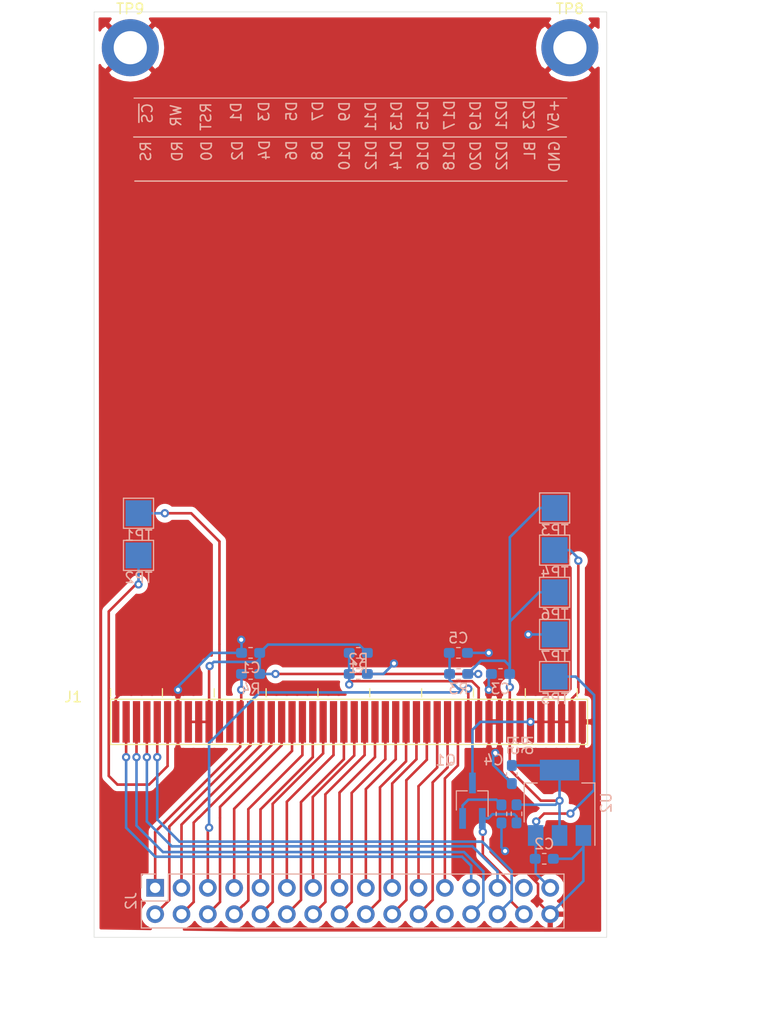
<source format=kicad_pcb>
(kicad_pcb (version 20171130) (host pcbnew "(5.1.4)-1")

  (general
    (thickness 1.6)
    (drawings 45)
    (tracks 316)
    (zones 0)
    (modules 24)
    (nets 40)
  )

  (page A4)
  (layers
    (0 F.Cu signal)
    (31 B.Cu signal)
    (32 B.Adhes user)
    (33 F.Adhes user)
    (34 B.Paste user)
    (35 F.Paste user)
    (36 B.SilkS user)
    (37 F.SilkS user)
    (38 B.Mask user)
    (39 F.Mask user)
    (40 Dwgs.User user)
    (41 Cmts.User user)
    (42 Eco1.User user)
    (43 Eco2.User user)
    (44 Edge.Cuts user)
    (45 Margin user)
    (46 B.CrtYd user)
    (47 F.CrtYd user)
    (48 B.Fab user)
    (49 F.Fab user)
  )

  (setup
    (last_trace_width 0.25)
    (trace_clearance 0.2)
    (zone_clearance 0.508)
    (zone_45_only no)
    (trace_min 0.2)
    (via_size 0.8)
    (via_drill 0.4)
    (via_min_size 0.4)
    (via_min_drill 0.3)
    (uvia_size 0.3)
    (uvia_drill 0.1)
    (uvias_allowed no)
    (uvia_min_size 0.2)
    (uvia_min_drill 0.1)
    (edge_width 0.05)
    (segment_width 0.2)
    (pcb_text_width 0.3)
    (pcb_text_size 1.5 1.5)
    (mod_edge_width 0.12)
    (mod_text_size 1 1)
    (mod_text_width 0.15)
    (pad_size 1.524 1.524)
    (pad_drill 0.762)
    (pad_to_mask_clearance 0.051)
    (solder_mask_min_width 0.25)
    (aux_axis_origin 0 0)
    (visible_elements 7FFFEFFF)
    (pcbplotparams
      (layerselection 0x010fc_ffffffff)
      (usegerberextensions false)
      (usegerberattributes false)
      (usegerberadvancedattributes false)
      (creategerberjobfile false)
      (excludeedgelayer true)
      (linewidth 0.100000)
      (plotframeref false)
      (viasonmask false)
      (mode 1)
      (useauxorigin false)
      (hpglpennumber 1)
      (hpglpenspeed 20)
      (hpglpendiameter 15.000000)
      (psnegative false)
      (psa4output false)
      (plotreference true)
      (plotvalue true)
      (plotinvisibletext false)
      (padsonsilk false)
      (subtractmaskfromsilk false)
      (outputformat 1)
      (mirror false)
      (drillshape 1)
      (scaleselection 1)
      (outputdirectory ""))
  )

  (net 0 "")
  (net 1 GND)
  (net 2 +3V3)
  (net 3 +5V)
  (net 4 /RST)
  (net 5 /XL)
  (net 6 /YU)
  (net 7 /XR)
  (net 8 /YD)
  (net 9 /LCD_ID)
  (net 10 /TE)
  (net 11 "Net-(J1-Pad12)")
  (net 12 /~CS~)
  (net 13 /RS)
  (net 14 /WR)
  (net 15 /RD)
  (net 16 /DB0)
  (net 17 /DB1)
  (net 18 /DB2)
  (net 19 /DB3)
  (net 20 /DB4)
  (net 21 /DB5)
  (net 22 /DB6)
  (net 23 /DB7)
  (net 24 /DB8)
  (net 25 /DB9)
  (net 26 /DB10)
  (net 27 /DB11)
  (net 28 /DB12)
  (net 29 /DB13)
  (net 30 /DB14)
  (net 31 /DB15)
  (net 32 /DB16)
  (net 33 /DB17)
  (net 34 "Net-(J1-Pad36)")
  (net 35 /LEDK)
  (net 36 "Net-(J2-Pad24)")
  (net 37 "Net-(J2-Pad29)")
  (net 38 /BL)
  (net 39 "Net-(Q1-Pad2)")

  (net_class Default 这是默认网络类。
    (clearance 0.2)
    (trace_width 0.25)
    (via_dia 0.8)
    (via_drill 0.4)
    (uvia_dia 0.3)
    (uvia_drill 0.1)
    (add_net +3V3)
    (add_net +5V)
    (add_net /BL)
    (add_net /DB0)
    (add_net /DB1)
    (add_net /DB10)
    (add_net /DB11)
    (add_net /DB12)
    (add_net /DB13)
    (add_net /DB14)
    (add_net /DB15)
    (add_net /DB16)
    (add_net /DB17)
    (add_net /DB2)
    (add_net /DB3)
    (add_net /DB4)
    (add_net /DB5)
    (add_net /DB6)
    (add_net /DB7)
    (add_net /DB8)
    (add_net /DB9)
    (add_net /LCD_ID)
    (add_net /LEDK)
    (add_net /RD)
    (add_net /RS)
    (add_net /RST)
    (add_net /TE)
    (add_net /WR)
    (add_net /XL)
    (add_net /XR)
    (add_net /YD)
    (add_net /YU)
    (add_net /~CS~)
    (add_net GND)
    (add_net "Net-(J1-Pad12)")
    (add_net "Net-(J1-Pad36)")
    (add_net "Net-(J2-Pad24)")
    (add_net "Net-(J2-Pad29)")
    (add_net "Net-(Q1-Pad2)")
  )

  (module Connector_PinHeader_2.54mm:PinHeader_2x16_P2.54mm_Vertical (layer B.Cu) (tedit 59FED5CC) (tstamp 5DDB58A6)
    (at 106 114.6 270)
    (descr "Through hole straight pin header, 2x16, 2.54mm pitch, double rows")
    (tags "Through hole pin header THT 2x16 2.54mm double row")
    (path /5DD9A06E)
    (fp_text reference J2 (at 1.27 2.33 270) (layer B.SilkS)
      (effects (font (size 1 1) (thickness 0.15)) (justify mirror))
    )
    (fp_text value LCD_I8080_CONNECTOR_16x2 (at 1.27 -40.43 270) (layer B.Fab)
      (effects (font (size 1 1) (thickness 0.15)) (justify mirror))
    )
    (fp_text user %R (at 1.27 -19.05) (layer B.Fab)
      (effects (font (size 1 1) (thickness 0.15)) (justify mirror))
    )
    (fp_line (start 4.35 1.8) (end -1.8 1.8) (layer B.CrtYd) (width 0.05))
    (fp_line (start 4.35 -39.9) (end 4.35 1.8) (layer B.CrtYd) (width 0.05))
    (fp_line (start -1.8 -39.9) (end 4.35 -39.9) (layer B.CrtYd) (width 0.05))
    (fp_line (start -1.8 1.8) (end -1.8 -39.9) (layer B.CrtYd) (width 0.05))
    (fp_line (start -1.33 1.33) (end 0 1.33) (layer B.SilkS) (width 0.12))
    (fp_line (start -1.33 0) (end -1.33 1.33) (layer B.SilkS) (width 0.12))
    (fp_line (start 1.27 1.33) (end 3.87 1.33) (layer B.SilkS) (width 0.12))
    (fp_line (start 1.27 -1.27) (end 1.27 1.33) (layer B.SilkS) (width 0.12))
    (fp_line (start -1.33 -1.27) (end 1.27 -1.27) (layer B.SilkS) (width 0.12))
    (fp_line (start 3.87 1.33) (end 3.87 -39.43) (layer B.SilkS) (width 0.12))
    (fp_line (start -1.33 -1.27) (end -1.33 -39.43) (layer B.SilkS) (width 0.12))
    (fp_line (start -1.33 -39.43) (end 3.87 -39.43) (layer B.SilkS) (width 0.12))
    (fp_line (start -1.27 0) (end 0 1.27) (layer B.Fab) (width 0.1))
    (fp_line (start -1.27 -39.37) (end -1.27 0) (layer B.Fab) (width 0.1))
    (fp_line (start 3.81 -39.37) (end -1.27 -39.37) (layer B.Fab) (width 0.1))
    (fp_line (start 3.81 1.27) (end 3.81 -39.37) (layer B.Fab) (width 0.1))
    (fp_line (start 0 1.27) (end 3.81 1.27) (layer B.Fab) (width 0.1))
    (pad 32 thru_hole oval (at 2.54 -38.1 270) (size 1.7 1.7) (drill 1) (layers *.Cu *.Mask)
      (net 1 GND))
    (pad 31 thru_hole oval (at 0 -38.1 270) (size 1.7 1.7) (drill 1) (layers *.Cu *.Mask)
      (net 3 +5V))
    (pad 30 thru_hole oval (at 2.54 -35.56 270) (size 1.7 1.7) (drill 1) (layers *.Cu *.Mask)
      (net 38 /BL))
    (pad 29 thru_hole oval (at 0 -35.56 270) (size 1.7 1.7) (drill 1) (layers *.Cu *.Mask)
      (net 37 "Net-(J2-Pad29)"))
    (pad 28 thru_hole oval (at 2.54 -33.02 270) (size 1.7 1.7) (drill 1) (layers *.Cu *.Mask)
      (net 8 /YD))
    (pad 27 thru_hole oval (at 0 -33.02 270) (size 1.7 1.7) (drill 1) (layers *.Cu *.Mask)
      (net 7 /XR))
    (pad 26 thru_hole oval (at 2.54 -30.48 270) (size 1.7 1.7) (drill 1) (layers *.Cu *.Mask)
      (net 6 /YU))
    (pad 25 thru_hole oval (at 0 -30.48 270) (size 1.7 1.7) (drill 1) (layers *.Cu *.Mask)
      (net 5 /XL))
    (pad 24 thru_hole oval (at 2.54 -27.94 270) (size 1.7 1.7) (drill 1) (layers *.Cu *.Mask)
      (net 36 "Net-(J2-Pad24)"))
    (pad 23 thru_hole oval (at 0 -27.94 270) (size 1.7 1.7) (drill 1) (layers *.Cu *.Mask)
      (net 33 /DB17))
    (pad 22 thru_hole oval (at 2.54 -25.4 270) (size 1.7 1.7) (drill 1) (layers *.Cu *.Mask)
      (net 32 /DB16))
    (pad 21 thru_hole oval (at 0 -25.4 270) (size 1.7 1.7) (drill 1) (layers *.Cu *.Mask)
      (net 31 /DB15))
    (pad 20 thru_hole oval (at 2.54 -22.86 270) (size 1.7 1.7) (drill 1) (layers *.Cu *.Mask)
      (net 30 /DB14))
    (pad 19 thru_hole oval (at 0 -22.86 270) (size 1.7 1.7) (drill 1) (layers *.Cu *.Mask)
      (net 29 /DB13))
    (pad 18 thru_hole oval (at 2.54 -20.32 270) (size 1.7 1.7) (drill 1) (layers *.Cu *.Mask)
      (net 28 /DB12))
    (pad 17 thru_hole oval (at 0 -20.32 270) (size 1.7 1.7) (drill 1) (layers *.Cu *.Mask)
      (net 27 /DB11))
    (pad 16 thru_hole oval (at 2.54 -17.78 270) (size 1.7 1.7) (drill 1) (layers *.Cu *.Mask)
      (net 26 /DB10))
    (pad 15 thru_hole oval (at 0 -17.78 270) (size 1.7 1.7) (drill 1) (layers *.Cu *.Mask)
      (net 25 /DB9))
    (pad 14 thru_hole oval (at 2.54 -15.24 270) (size 1.7 1.7) (drill 1) (layers *.Cu *.Mask)
      (net 24 /DB8))
    (pad 13 thru_hole oval (at 0 -15.24 270) (size 1.7 1.7) (drill 1) (layers *.Cu *.Mask)
      (net 23 /DB7))
    (pad 12 thru_hole oval (at 2.54 -12.7 270) (size 1.7 1.7) (drill 1) (layers *.Cu *.Mask)
      (net 22 /DB6))
    (pad 11 thru_hole oval (at 0 -12.7 270) (size 1.7 1.7) (drill 1) (layers *.Cu *.Mask)
      (net 21 /DB5))
    (pad 10 thru_hole oval (at 2.54 -10.16 270) (size 1.7 1.7) (drill 1) (layers *.Cu *.Mask)
      (net 20 /DB4))
    (pad 9 thru_hole oval (at 0 -10.16 270) (size 1.7 1.7) (drill 1) (layers *.Cu *.Mask)
      (net 19 /DB3))
    (pad 8 thru_hole oval (at 2.54 -7.62 270) (size 1.7 1.7) (drill 1) (layers *.Cu *.Mask)
      (net 18 /DB2))
    (pad 7 thru_hole oval (at 0 -7.62 270) (size 1.7 1.7) (drill 1) (layers *.Cu *.Mask)
      (net 17 /DB1))
    (pad 6 thru_hole oval (at 2.54 -5.08 270) (size 1.7 1.7) (drill 1) (layers *.Cu *.Mask)
      (net 16 /DB0))
    (pad 5 thru_hole oval (at 0 -5.08 270) (size 1.7 1.7) (drill 1) (layers *.Cu *.Mask)
      (net 4 /RST))
    (pad 4 thru_hole oval (at 2.54 -2.54 270) (size 1.7 1.7) (drill 1) (layers *.Cu *.Mask)
      (net 15 /RD))
    (pad 3 thru_hole oval (at 0 -2.54 270) (size 1.7 1.7) (drill 1) (layers *.Cu *.Mask)
      (net 14 /WR))
    (pad 2 thru_hole oval (at 2.54 0 270) (size 1.7 1.7) (drill 1) (layers *.Cu *.Mask)
      (net 13 /RS))
    (pad 1 thru_hole rect (at 0 0 270) (size 1.7 1.7) (drill 1) (layers *.Cu *.Mask)
      (net 12 /~CS~))
    (model ${KISYS3DMOD}/Connector_PinHeader_2.54mm.3dshapes/PinHeader_2x16_P2.54mm_Vertical.wrl
      (at (xyz 0 0 0))
      (scale (xyz 1 1 1))
      (rotate (xyz 0 0 0))
    )
  )

  (module Capacitor_SMD:C_0603_1608Metric_Pad1.05x0.95mm_HandSolder (layer B.Cu) (tedit 5B301BBE) (tstamp 5DDB2418)
    (at 115.203 91.948)
    (descr "Capacitor SMD 0603 (1608 Metric), square (rectangular) end terminal, IPC_7351 nominal with elongated pad for handsoldering. (Body size source: http://www.tortai-tech.com/upload/download/2011102023233369053.pdf), generated with kicad-footprint-generator")
    (tags "capacitor handsolder")
    (path /5DF98D6A)
    (attr smd)
    (fp_text reference C1 (at 0 1.43) (layer B.SilkS)
      (effects (font (size 1 1) (thickness 0.15)) (justify mirror))
    )
    (fp_text value 0.1uF (at 0 -1.43) (layer B.Fab)
      (effects (font (size 1 1) (thickness 0.15)) (justify mirror))
    )
    (fp_line (start -0.8 -0.4) (end -0.8 0.4) (layer B.Fab) (width 0.1))
    (fp_line (start -0.8 0.4) (end 0.8 0.4) (layer B.Fab) (width 0.1))
    (fp_line (start 0.8 0.4) (end 0.8 -0.4) (layer B.Fab) (width 0.1))
    (fp_line (start 0.8 -0.4) (end -0.8 -0.4) (layer B.Fab) (width 0.1))
    (fp_line (start -0.171267 0.51) (end 0.171267 0.51) (layer B.SilkS) (width 0.12))
    (fp_line (start -0.171267 -0.51) (end 0.171267 -0.51) (layer B.SilkS) (width 0.12))
    (fp_line (start -1.65 -0.73) (end -1.65 0.73) (layer B.CrtYd) (width 0.05))
    (fp_line (start -1.65 0.73) (end 1.65 0.73) (layer B.CrtYd) (width 0.05))
    (fp_line (start 1.65 0.73) (end 1.65 -0.73) (layer B.CrtYd) (width 0.05))
    (fp_line (start 1.65 -0.73) (end -1.65 -0.73) (layer B.CrtYd) (width 0.05))
    (fp_text user %R (at 0 0) (layer B.Fab)
      (effects (font (size 0.4 0.4) (thickness 0.06)) (justify mirror))
    )
    (pad 1 smd roundrect (at -0.875 0) (size 1.05 0.95) (layers B.Cu B.Paste B.Mask) (roundrect_rratio 0.25)
      (net 1 GND))
    (pad 2 smd roundrect (at 0.875 0) (size 1.05 0.95) (layers B.Cu B.Paste B.Mask) (roundrect_rratio 0.25)
      (net 2 +3V3))
    (model ${KISYS3DMOD}/Capacitor_SMD.3dshapes/C_0603_1608Metric.wrl
      (at (xyz 0 0 0))
      (scale (xyz 1 1 1))
      (rotate (xyz 0 0 0))
    )
  )

  (module Capacitor_SMD:C_0603_1608Metric_Pad1.05x0.95mm_HandSolder (layer B.Cu) (tedit 5B301BBE) (tstamp 5DDB2429)
    (at 143.525 111.8 180)
    (descr "Capacitor SMD 0603 (1608 Metric), square (rectangular) end terminal, IPC_7351 nominal with elongated pad for handsoldering. (Body size source: http://www.tortai-tech.com/upload/download/2011102023233369053.pdf), generated with kicad-footprint-generator")
    (tags "capacitor handsolder")
    (path /5DE5B554)
    (attr smd)
    (fp_text reference C2 (at 0 1.43) (layer B.SilkS)
      (effects (font (size 1 1) (thickness 0.15)) (justify mirror))
    )
    (fp_text value 1uF (at 0 -1.43) (layer B.Fab)
      (effects (font (size 1 1) (thickness 0.15)) (justify mirror))
    )
    (fp_text user %R (at 0 0) (layer B.Fab)
      (effects (font (size 0.4 0.4) (thickness 0.06)) (justify mirror))
    )
    (fp_line (start 1.65 -0.73) (end -1.65 -0.73) (layer B.CrtYd) (width 0.05))
    (fp_line (start 1.65 0.73) (end 1.65 -0.73) (layer B.CrtYd) (width 0.05))
    (fp_line (start -1.65 0.73) (end 1.65 0.73) (layer B.CrtYd) (width 0.05))
    (fp_line (start -1.65 -0.73) (end -1.65 0.73) (layer B.CrtYd) (width 0.05))
    (fp_line (start -0.171267 -0.51) (end 0.171267 -0.51) (layer B.SilkS) (width 0.12))
    (fp_line (start -0.171267 0.51) (end 0.171267 0.51) (layer B.SilkS) (width 0.12))
    (fp_line (start 0.8 -0.4) (end -0.8 -0.4) (layer B.Fab) (width 0.1))
    (fp_line (start 0.8 0.4) (end 0.8 -0.4) (layer B.Fab) (width 0.1))
    (fp_line (start -0.8 0.4) (end 0.8 0.4) (layer B.Fab) (width 0.1))
    (fp_line (start -0.8 -0.4) (end -0.8 0.4) (layer B.Fab) (width 0.1))
    (pad 2 smd roundrect (at 0.875 0 180) (size 1.05 0.95) (layers B.Cu B.Paste B.Mask) (roundrect_rratio 0.25)
      (net 3 +5V))
    (pad 1 smd roundrect (at -0.875 0 180) (size 1.05 0.95) (layers B.Cu B.Paste B.Mask) (roundrect_rratio 0.25)
      (net 1 GND))
    (model ${KISYS3DMOD}/Capacitor_SMD.3dshapes/C_0603_1608Metric.wrl
      (at (xyz 0 0 0))
      (scale (xyz 1 1 1))
      (rotate (xyz 0 0 0))
    )
  )

  (module Capacitor_SMD:C_0603_1608Metric_Pad1.05x0.95mm_HandSolder (layer B.Cu) (tedit 5B301BBE) (tstamp 5DDB83FF)
    (at 139.305 93.98)
    (descr "Capacitor SMD 0603 (1608 Metric), square (rectangular) end terminal, IPC_7351 nominal with elongated pad for handsoldering. (Body size source: http://www.tortai-tech.com/upload/download/2011102023233369053.pdf), generated with kicad-footprint-generator")
    (tags "capacitor handsolder")
    (path /5DEC7FDA)
    (attr smd)
    (fp_text reference C3 (at 0 1.43) (layer B.SilkS)
      (effects (font (size 1 1) (thickness 0.15)) (justify mirror))
    )
    (fp_text value 0.1uF/25F (at 0 -1.43) (layer B.Fab)
      (effects (font (size 1 1) (thickness 0.15)) (justify mirror))
    )
    (fp_line (start -0.8 -0.4) (end -0.8 0.4) (layer B.Fab) (width 0.1))
    (fp_line (start -0.8 0.4) (end 0.8 0.4) (layer B.Fab) (width 0.1))
    (fp_line (start 0.8 0.4) (end 0.8 -0.4) (layer B.Fab) (width 0.1))
    (fp_line (start 0.8 -0.4) (end -0.8 -0.4) (layer B.Fab) (width 0.1))
    (fp_line (start -0.171267 0.51) (end 0.171267 0.51) (layer B.SilkS) (width 0.12))
    (fp_line (start -0.171267 -0.51) (end 0.171267 -0.51) (layer B.SilkS) (width 0.12))
    (fp_line (start -1.65 -0.73) (end -1.65 0.73) (layer B.CrtYd) (width 0.05))
    (fp_line (start -1.65 0.73) (end 1.65 0.73) (layer B.CrtYd) (width 0.05))
    (fp_line (start 1.65 0.73) (end 1.65 -0.73) (layer B.CrtYd) (width 0.05))
    (fp_line (start 1.65 -0.73) (end -1.65 -0.73) (layer B.CrtYd) (width 0.05))
    (fp_text user %R (at 0 0) (layer B.Fab)
      (effects (font (size 0.4 0.4) (thickness 0.06)) (justify mirror))
    )
    (pad 1 smd roundrect (at -0.875 0) (size 1.05 0.95) (layers B.Cu B.Paste B.Mask) (roundrect_rratio 0.25)
      (net 1 GND))
    (pad 2 smd roundrect (at 0.875 0) (size 1.05 0.95) (layers B.Cu B.Paste B.Mask) (roundrect_rratio 0.25)
      (net 2 +3V3))
    (model ${KISYS3DMOD}/Capacitor_SMD.3dshapes/C_0603_1608Metric.wrl
      (at (xyz 0 0 0))
      (scale (xyz 1 1 1))
      (rotate (xyz 0 0 0))
    )
  )

  (module Capacitor_SMD:C_0603_1608Metric_Pad1.05x0.95mm_HandSolder (layer B.Cu) (tedit 5B301BBE) (tstamp 5DDB244B)
    (at 140.4 103.675 270)
    (descr "Capacitor SMD 0603 (1608 Metric), square (rectangular) end terminal, IPC_7351 nominal with elongated pad for handsoldering. (Body size source: http://www.tortai-tech.com/upload/download/2011102023233369053.pdf), generated with kicad-footprint-generator")
    (tags "capacitor handsolder")
    (path /5DE5BAC2)
    (attr smd)
    (fp_text reference C4 (at -1.395 1.77 180) (layer B.SilkS)
      (effects (font (size 1 1) (thickness 0.15)) (justify mirror))
    )
    (fp_text value 0.1uF (at 0 -1.43 90) (layer B.Fab)
      (effects (font (size 1 1) (thickness 0.15)) (justify mirror))
    )
    (fp_line (start -0.8 -0.4) (end -0.8 0.4) (layer B.Fab) (width 0.1))
    (fp_line (start -0.8 0.4) (end 0.8 0.4) (layer B.Fab) (width 0.1))
    (fp_line (start 0.8 0.4) (end 0.8 -0.4) (layer B.Fab) (width 0.1))
    (fp_line (start 0.8 -0.4) (end -0.8 -0.4) (layer B.Fab) (width 0.1))
    (fp_line (start -0.171267 0.51) (end 0.171267 0.51) (layer B.SilkS) (width 0.12))
    (fp_line (start -0.171267 -0.51) (end 0.171267 -0.51) (layer B.SilkS) (width 0.12))
    (fp_line (start -1.65 -0.73) (end -1.65 0.73) (layer B.CrtYd) (width 0.05))
    (fp_line (start -1.65 0.73) (end 1.65 0.73) (layer B.CrtYd) (width 0.05))
    (fp_line (start 1.65 0.73) (end 1.65 -0.73) (layer B.CrtYd) (width 0.05))
    (fp_line (start 1.65 -0.73) (end -1.65 -0.73) (layer B.CrtYd) (width 0.05))
    (fp_text user %R (at 0 0 90) (layer B.Fab)
      (effects (font (size 0.4 0.4) (thickness 0.06)) (justify mirror))
    )
    (pad 1 smd roundrect (at -0.875 0 270) (size 1.05 0.95) (layers B.Cu B.Paste B.Mask) (roundrect_rratio 0.25)
      (net 2 +3V3))
    (pad 2 smd roundrect (at 0.875 0 270) (size 1.05 0.95) (layers B.Cu B.Paste B.Mask) (roundrect_rratio 0.25)
      (net 1 GND))
    (model ${KISYS3DMOD}/Capacitor_SMD.3dshapes/C_0603_1608Metric.wrl
      (at (xyz 0 0 0))
      (scale (xyz 1 1 1))
      (rotate (xyz 0 0 0))
    )
  )

  (module Capacitor_SMD:C_0603_1608Metric_Pad1.05x0.95mm_HandSolder (layer B.Cu) (tedit 5B301BBE) (tstamp 5DDB245C)
    (at 135.241 91.948 180)
    (descr "Capacitor SMD 0603 (1608 Metric), square (rectangular) end terminal, IPC_7351 nominal with elongated pad for handsoldering. (Body size source: http://www.tortai-tech.com/upload/download/2011102023233369053.pdf), generated with kicad-footprint-generator")
    (tags "capacitor handsolder")
    (path /5DEFE26C)
    (attr smd)
    (fp_text reference C5 (at 0 1.43) (layer B.SilkS)
      (effects (font (size 1 1) (thickness 0.15)) (justify mirror))
    )
    (fp_text value C (at 0 -1.43) (layer B.Fab)
      (effects (font (size 1 1) (thickness 0.15)) (justify mirror))
    )
    (fp_text user %R (at 0 0) (layer B.Fab)
      (effects (font (size 0.4 0.4) (thickness 0.06)) (justify mirror))
    )
    (fp_line (start 1.65 -0.73) (end -1.65 -0.73) (layer B.CrtYd) (width 0.05))
    (fp_line (start 1.65 0.73) (end 1.65 -0.73) (layer B.CrtYd) (width 0.05))
    (fp_line (start -1.65 0.73) (end 1.65 0.73) (layer B.CrtYd) (width 0.05))
    (fp_line (start -1.65 -0.73) (end -1.65 0.73) (layer B.CrtYd) (width 0.05))
    (fp_line (start -0.171267 -0.51) (end 0.171267 -0.51) (layer B.SilkS) (width 0.12))
    (fp_line (start -0.171267 0.51) (end 0.171267 0.51) (layer B.SilkS) (width 0.12))
    (fp_line (start 0.8 -0.4) (end -0.8 -0.4) (layer B.Fab) (width 0.1))
    (fp_line (start 0.8 0.4) (end 0.8 -0.4) (layer B.Fab) (width 0.1))
    (fp_line (start -0.8 0.4) (end 0.8 0.4) (layer B.Fab) (width 0.1))
    (fp_line (start -0.8 -0.4) (end -0.8 0.4) (layer B.Fab) (width 0.1))
    (pad 2 smd roundrect (at 0.875 0 180) (size 1.05 0.95) (layers B.Cu B.Paste B.Mask) (roundrect_rratio 0.25)
      (net 4 /RST))
    (pad 1 smd roundrect (at -0.875 0 180) (size 1.05 0.95) (layers B.Cu B.Paste B.Mask) (roundrect_rratio 0.25)
      (net 1 GND))
    (model ${KISYS3DMOD}/Capacitor_SMD.3dshapes/C_0603_1608Metric.wrl
      (at (xyz 0 0 0))
      (scale (xyz 1 1 1))
      (rotate (xyz 0 0 0))
    )
  )

  (module qconnectors:TFT8K3548FPC-A1-E (layer F.Cu) (tedit 5DDAA52F) (tstamp 5DDB24C4)
    (at 124.7 98.6)
    (path /5DDBFC9C)
    (attr smd)
    (fp_text reference J1 (at -26.6 -2.4) (layer F.SilkS)
      (effects (font (size 1 1) (thickness 0.15)))
    )
    (fp_text value TFT8K3548FPC-A1-E (at -0.41 0.37) (layer F.Fab)
      (effects (font (size 1 1) (thickness 0.15)))
    )
    (fp_line (start -23 -2.18) (end 23 -2.18) (layer F.SilkS) (width 0.12))
    (fp_line (start -23 2.18) (end 23 2.18) (layer F.SilkS) (width 0.12))
    (fp_line (start -23 0.06) (end -23 -2.18) (layer F.SilkS) (width 0.12))
    (fp_line (start 23 0.06) (end 23 -2.18) (layer F.SilkS) (width 0.12))
    (fp_line (start 23 0.04) (end 23 2.23) (layer F.SilkS) (width 0.12))
    (fp_line (start -23 0.03) (end -23 2.18) (layer F.SilkS) (width 0.12))
    (fp_line (start 23.21 2.64) (end 23.21 -2.36) (layer F.CrtYd) (width 0.12))
    (fp_line (start -23.21 -2.4) (end -23.21 2.63) (layer F.CrtYd) (width 0.12))
    (fp_line (start -23.21 -2.4) (end 23.21 -2.36) (layer F.CrtYd) (width 0.12))
    (fp_line (start 23.21 2.64) (end -23.21 2.63) (layer F.CrtYd) (width 0.12))
    (fp_line (start -18 -2.4) (end -18 -3.2) (layer F.SilkS) (width 0.12))
    (fp_line (start -13 -3.2) (end -13 -2.4) (layer F.SilkS) (width 0.12))
    (fp_line (start -8 -3.2) (end -8 -2.4) (layer F.SilkS) (width 0.12))
    (fp_line (start -3 -3.2) (end -3 -2.4) (layer F.SilkS) (width 0.12))
    (fp_line (start 2 -3.2) (end 2 -2.4) (layer F.SilkS) (width 0.12))
    (fp_line (start 7 -3.2) (end 7 -2.4) (layer F.SilkS) (width 0.12))
    (fp_line (start 12 -3.2) (end 12 -2.4) (layer F.SilkS) (width 0.12))
    (fp_line (start 17 -3.2) (end 17 -2.4) (layer F.SilkS) (width 0.12))
    (fp_line (start 22 -3.2) (end 22 -2.4) (layer F.SilkS) (width 0.12))
    (fp_line (start -23 -3.2) (end -23 -2.4) (layer F.SilkS) (width 0.12))
    (pad 1 smd rect (at -22.5 0) (size 0.7 4) (layers F.Cu F.Paste F.Mask)
      (net 1 GND))
    (pad 2 smd rect (at -21.5 0) (size 0.7 4) (layers F.Cu F.Paste F.Mask)
      (net 5 /XL))
    (pad 3 smd rect (at -20.5 0) (size 0.7 4) (layers F.Cu F.Paste F.Mask)
      (net 6 /YU))
    (pad 4 smd rect (at -19.5 0) (size 0.7 4) (layers F.Cu F.Paste F.Mask)
      (net 7 /XR))
    (pad 5 smd rect (at -18.5 0) (size 0.7 4) (layers F.Cu F.Paste F.Mask)
      (net 8 /YD))
    (pad 6 smd rect (at -17.5 0) (size 0.7 4) (layers F.Cu F.Paste F.Mask)
      (net 9 /LCD_ID))
    (pad 7 smd rect (at -16.5 0) (size 0.7 4) (layers F.Cu F.Paste F.Mask)
      (net 1 GND))
    (pad 8 smd rect (at -15.5 0) (size 0.7 4) (layers F.Cu F.Paste F.Mask)
      (net 2 +3V3))
    (pad 9 smd rect (at -14.5 0) (size 0.7 4) (layers F.Cu F.Paste F.Mask)
      (net 2 +3V3))
    (pad 10 smd rect (at -13.5 0) (size 0.7 4) (layers F.Cu F.Paste F.Mask)
      (net 2 +3V3))
    (pad 11 smd rect (at -12.5 0) (size 0.7 4) (layers F.Cu F.Paste F.Mask)
      (net 10 /TE))
    (pad 12 smd rect (at -11.5 0) (size 0.7 4) (layers F.Cu F.Paste F.Mask)
      (net 11 "Net-(J1-Pad12)"))
    (pad 13 smd rect (at -10.5 0) (size 0.7 4) (layers F.Cu F.Paste F.Mask)
      (net 12 /~CS~))
    (pad 14 smd rect (at -9.5 0) (size 0.7 4) (layers F.Cu F.Paste F.Mask)
      (net 13 /RS))
    (pad 15 smd rect (at -8.5 0) (size 0.7 4) (layers F.Cu F.Paste F.Mask)
      (net 14 /WR))
    (pad 16 smd rect (at -7.5 0) (size 0.7 4) (layers F.Cu F.Paste F.Mask)
      (net 15 /RD))
    (pad 17 smd rect (at -6.5 0) (size 0.7 4) (layers F.Cu F.Paste F.Mask)
      (net 16 /DB0))
    (pad 18 smd rect (at -5.5 0) (size 0.7 4) (layers F.Cu F.Paste F.Mask)
      (net 17 /DB1))
    (pad 19 smd rect (at -4.5 0) (size 0.7 4) (layers F.Cu F.Paste F.Mask)
      (net 18 /DB2))
    (pad 20 smd rect (at -3.5 0) (size 0.7 4) (layers F.Cu F.Paste F.Mask)
      (net 19 /DB3))
    (pad 21 smd rect (at -2.5 0) (size 0.7 4) (layers F.Cu F.Paste F.Mask)
      (net 20 /DB4))
    (pad 22 smd rect (at -1.5 0) (size 0.7 4) (layers F.Cu F.Paste F.Mask)
      (net 21 /DB5))
    (pad 23 smd rect (at -0.5 0) (size 0.7 4) (layers F.Cu F.Paste F.Mask)
      (net 22 /DB6))
    (pad 24 smd rect (at 0.5 0) (size 0.7 4) (layers F.Cu F.Paste F.Mask)
      (net 23 /DB7))
    (pad 25 smd rect (at 1.5 0) (size 0.7 4) (layers F.Cu F.Paste F.Mask)
      (net 24 /DB8))
    (pad 26 smd rect (at 2.5 0) (size 0.7 4) (layers F.Cu F.Paste F.Mask)
      (net 25 /DB9))
    (pad 27 smd rect (at 3.5 0) (size 0.7 4) (layers F.Cu F.Paste F.Mask)
      (net 26 /DB10))
    (pad 28 smd rect (at 4.5 0) (size 0.7 4) (layers F.Cu F.Paste F.Mask)
      (net 27 /DB11))
    (pad 29 smd rect (at 5.5 0) (size 0.7 4) (layers F.Cu F.Paste F.Mask)
      (net 28 /DB12))
    (pad 30 smd rect (at 6.5 0) (size 0.7 4) (layers F.Cu F.Paste F.Mask)
      (net 29 /DB13))
    (pad 31 smd rect (at 7.5 0) (size 0.7 4) (layers F.Cu F.Paste F.Mask)
      (net 30 /DB14))
    (pad 32 smd rect (at 8.5 0) (size 0.7 4) (layers F.Cu F.Paste F.Mask)
      (net 31 /DB15))
    (pad 33 smd rect (at 9.5 0) (size 0.7 4) (layers F.Cu F.Paste F.Mask)
      (net 32 /DB16))
    (pad 34 smd rect (at 10.5 0) (size 0.7 4) (layers F.Cu F.Paste F.Mask)
      (net 33 /DB17))
    (pad 35 smd rect (at 11.5 0) (size 0.7 4) (layers F.Cu F.Paste F.Mask)
      (net 4 /RST))
    (pad 36 smd rect (at 12.5 0) (size 0.7 4) (layers F.Cu F.Paste F.Mask)
      (net 34 "Net-(J1-Pad36)"))
    (pad 37 smd rect (at 13.5 0) (size 0.7 4) (layers F.Cu F.Paste F.Mask)
      (net 1 GND))
    (pad 38 smd rect (at 14.5 0) (size 0.7 4) (layers F.Cu F.Paste F.Mask)
      (net 1 GND))
    (pad 39 smd rect (at 15.5 0) (size 0.7 4) (layers F.Cu F.Paste F.Mask)
      (net 2 +3V3))
    (pad 40 smd rect (at 16.5 0) (size 0.7 4) (layers F.Cu F.Paste F.Mask)
      (net 35 /LEDK))
    (pad 41 smd rect (at 17.5 0) (size 0.7 4) (layers F.Cu F.Paste F.Mask)
      (net 35 /LEDK))
    (pad 42 smd rect (at 18.5 0) (size 0.7 4) (layers F.Cu F.Paste F.Mask)
      (net 35 /LEDK))
    (pad 43 smd rect (at 19.5 0) (size 0.7 4) (layers F.Cu F.Paste F.Mask)
      (net 35 /LEDK))
    (pad 44 smd rect (at 20.5 0) (size 0.7 4) (layers F.Cu F.Paste F.Mask)
      (net 35 /LEDK))
    (pad 45 smd rect (at 21.5 0) (size 0.7 4) (layers F.Cu F.Paste F.Mask)
      (net 35 /LEDK))
    (pad 46 smd rect (at 22.5 0) (size 0.7 4) (layers F.Cu F.Paste F.Mask)
      (net 1 GND))
  )

  (module Package_TO_SOT_SMD:TSOT-23_HandSoldering (layer B.Cu) (tedit 5A02FF57) (tstamp 5DDB258C)
    (at 136.6 106.2 90)
    (descr "5-pin TSOT23 package, http://cds.linear.com/docs/en/packaging/SOT_5_05-08-1635.pdf")
    (tags "TSOT-23 Hand-soldering")
    (path /5E055E38)
    (attr smd)
    (fp_text reference Q1 (at 3.9 -2.58 180) (layer B.SilkS)
      (effects (font (size 1 1) (thickness 0.15)) (justify mirror))
    )
    (fp_text value GP2302 (at 0 -2.5 90) (layer B.Fab)
      (effects (font (size 1 1) (thickness 0.15)) (justify mirror))
    )
    (fp_text user %R (at 0 0 180) (layer B.Fab)
      (effects (font (size 0.5 0.5) (thickness 0.075)) (justify mirror))
    )
    (fp_line (start 0.95 -0.5) (end 0.95 -1.55) (layer B.SilkS) (width 0.12))
    (fp_line (start 0.95 -1.55) (end -0.9 -1.55) (layer B.SilkS) (width 0.12))
    (fp_line (start 0.95 1.5) (end 0.95 0.5) (layer B.SilkS) (width 0.12))
    (fp_line (start 0.93 1.51) (end -1.5 1.51) (layer B.SilkS) (width 0.12))
    (fp_line (start -0.88 1) (end -0.43 1.45) (layer B.Fab) (width 0.1))
    (fp_line (start 0.88 1.45) (end -0.43 1.45) (layer B.Fab) (width 0.1))
    (fp_line (start -0.88 1) (end -0.88 -1.45) (layer B.Fab) (width 0.1))
    (fp_line (start 0.88 -1.45) (end -0.88 -1.45) (layer B.Fab) (width 0.1))
    (fp_line (start 0.88 1.45) (end 0.88 -1.45) (layer B.Fab) (width 0.1))
    (fp_line (start -2.96 1.7) (end 2.96 1.7) (layer B.CrtYd) (width 0.05))
    (fp_line (start -2.96 1.7) (end -2.96 -1.7) (layer B.CrtYd) (width 0.05))
    (fp_line (start 2.96 -1.7) (end 2.96 1.7) (layer B.CrtYd) (width 0.05))
    (fp_line (start 2.96 -1.7) (end -2.96 -1.7) (layer B.CrtYd) (width 0.05))
    (pad 1 smd rect (at -1.71 0.95 90) (size 2 0.65) (layers B.Cu B.Paste B.Mask)
      (net 38 /BL))
    (pad 2 smd rect (at -1.71 -0.95 90) (size 2 0.65) (layers B.Cu B.Paste B.Mask)
      (net 39 "Net-(Q1-Pad2)"))
    (pad 3 smd rect (at 1.71 0 90) (size 2 0.65) (layers B.Cu B.Paste B.Mask)
      (net 35 /LEDK))
    (model ${KISYS3DMOD}/Package_TO_SOT_SMD.3dshapes/TSOT-23.wrl
      (at (xyz 0 0 0))
      (scale (xyz 1 1 1))
      (rotate (xyz 0 0 0))
    )
  )

  (module Resistor_SMD:R_0603_1608Metric_Pad1.05x0.95mm_HandSolder (layer B.Cu) (tedit 5B301BBD) (tstamp 5DDB259D)
    (at 125.589 91.948)
    (descr "Resistor SMD 0603 (1608 Metric), square (rectangular) end terminal, IPC_7351 nominal with elongated pad for handsoldering. (Body size source: http://www.tortai-tech.com/upload/download/2011102023233369053.pdf), generated with kicad-footprint-generator")
    (tags "resistor handsolder")
    (path /5DF62AEC)
    (attr smd)
    (fp_text reference R1 (at 0 1.43) (layer B.SilkS)
      (effects (font (size 1 1) (thickness 0.15)) (justify mirror))
    )
    (fp_text value 10K (at 0 -1.43) (layer B.Fab)
      (effects (font (size 1 1) (thickness 0.15)) (justify mirror))
    )
    (fp_text user %R (at 0 0) (layer B.Fab)
      (effects (font (size 0.4 0.4) (thickness 0.06)) (justify mirror))
    )
    (fp_line (start 1.65 -0.73) (end -1.65 -0.73) (layer B.CrtYd) (width 0.05))
    (fp_line (start 1.65 0.73) (end 1.65 -0.73) (layer B.CrtYd) (width 0.05))
    (fp_line (start -1.65 0.73) (end 1.65 0.73) (layer B.CrtYd) (width 0.05))
    (fp_line (start -1.65 -0.73) (end -1.65 0.73) (layer B.CrtYd) (width 0.05))
    (fp_line (start -0.171267 -0.51) (end 0.171267 -0.51) (layer B.SilkS) (width 0.12))
    (fp_line (start -0.171267 0.51) (end 0.171267 0.51) (layer B.SilkS) (width 0.12))
    (fp_line (start 0.8 -0.4) (end -0.8 -0.4) (layer B.Fab) (width 0.1))
    (fp_line (start 0.8 0.4) (end 0.8 -0.4) (layer B.Fab) (width 0.1))
    (fp_line (start -0.8 0.4) (end 0.8 0.4) (layer B.Fab) (width 0.1))
    (fp_line (start -0.8 -0.4) (end -0.8 0.4) (layer B.Fab) (width 0.1))
    (pad 2 smd roundrect (at 0.875 0) (size 1.05 0.95) (layers B.Cu B.Paste B.Mask) (roundrect_rratio 0.25)
      (net 2 +3V3))
    (pad 1 smd roundrect (at -0.875 0) (size 1.05 0.95) (layers B.Cu B.Paste B.Mask) (roundrect_rratio 0.25)
      (net 34 "Net-(J1-Pad36)"))
    (model ${KISYS3DMOD}/Resistor_SMD.3dshapes/R_0603_1608Metric.wrl
      (at (xyz 0 0 0))
      (scale (xyz 1 1 1))
      (rotate (xyz 0 0 0))
    )
  )

  (module Resistor_SMD:R_0603_1608Metric_Pad1.05x0.95mm_HandSolder (layer B.Cu) (tedit 5B301BBD) (tstamp 5DDB8A2E)
    (at 125.589 93.98 180)
    (descr "Resistor SMD 0603 (1608 Metric), square (rectangular) end terminal, IPC_7351 nominal with elongated pad for handsoldering. (Body size source: http://www.tortai-tech.com/upload/download/2011102023233369053.pdf), generated with kicad-footprint-generator")
    (tags "resistor handsolder")
    (path /5DF638FE)
    (attr smd)
    (fp_text reference R2 (at 0 1.43) (layer B.SilkS)
      (effects (font (size 1 1) (thickness 0.15)) (justify mirror))
    )
    (fp_text value 10K (at 0 -1.43) (layer B.Fab)
      (effects (font (size 1 1) (thickness 0.15)) (justify mirror))
    )
    (fp_text user %R (at 0 0) (layer B.Fab)
      (effects (font (size 0.4 0.4) (thickness 0.06)) (justify mirror))
    )
    (fp_line (start 1.65 -0.73) (end -1.65 -0.73) (layer B.CrtYd) (width 0.05))
    (fp_line (start 1.65 0.73) (end 1.65 -0.73) (layer B.CrtYd) (width 0.05))
    (fp_line (start -1.65 0.73) (end 1.65 0.73) (layer B.CrtYd) (width 0.05))
    (fp_line (start -1.65 -0.73) (end -1.65 0.73) (layer B.CrtYd) (width 0.05))
    (fp_line (start -0.171267 -0.51) (end 0.171267 -0.51) (layer B.SilkS) (width 0.12))
    (fp_line (start -0.171267 0.51) (end 0.171267 0.51) (layer B.SilkS) (width 0.12))
    (fp_line (start 0.8 -0.4) (end -0.8 -0.4) (layer B.Fab) (width 0.1))
    (fp_line (start 0.8 0.4) (end 0.8 -0.4) (layer B.Fab) (width 0.1))
    (fp_line (start -0.8 0.4) (end 0.8 0.4) (layer B.Fab) (width 0.1))
    (fp_line (start -0.8 -0.4) (end -0.8 0.4) (layer B.Fab) (width 0.1))
    (pad 2 smd roundrect (at 0.875 0 180) (size 1.05 0.95) (layers B.Cu B.Paste B.Mask) (roundrect_rratio 0.25)
      (net 34 "Net-(J1-Pad36)"))
    (pad 1 smd roundrect (at -0.875 0 180) (size 1.05 0.95) (layers B.Cu B.Paste B.Mask) (roundrect_rratio 0.25)
      (net 1 GND))
    (model ${KISYS3DMOD}/Resistor_SMD.3dshapes/R_0603_1608Metric.wrl
      (at (xyz 0 0 0))
      (scale (xyz 1 1 1))
      (rotate (xyz 0 0 0))
    )
  )

  (module Resistor_SMD:R_0603_1608Metric_Pad1.05x0.95mm_HandSolder (layer B.Cu) (tedit 5B301BBD) (tstamp 5DDB25BF)
    (at 135.269 93.98)
    (descr "Resistor SMD 0603 (1608 Metric), square (rectangular) end terminal, IPC_7351 nominal with elongated pad for handsoldering. (Body size source: http://www.tortai-tech.com/upload/download/2011102023233369053.pdf), generated with kicad-footprint-generator")
    (tags "resistor handsolder")
    (path /5DEEC1A3)
    (attr smd)
    (fp_text reference R3 (at 0 1.43) (layer B.SilkS)
      (effects (font (size 1 1) (thickness 0.15)) (justify mirror))
    )
    (fp_text value 10K (at 0 -1.43) (layer B.Fab)
      (effects (font (size 1 1) (thickness 0.15)) (justify mirror))
    )
    (fp_text user %R (at 0 0) (layer B.Fab)
      (effects (font (size 0.4 0.4) (thickness 0.06)) (justify mirror))
    )
    (fp_line (start 1.65 -0.73) (end -1.65 -0.73) (layer B.CrtYd) (width 0.05))
    (fp_line (start 1.65 0.73) (end 1.65 -0.73) (layer B.CrtYd) (width 0.05))
    (fp_line (start -1.65 0.73) (end 1.65 0.73) (layer B.CrtYd) (width 0.05))
    (fp_line (start -1.65 -0.73) (end -1.65 0.73) (layer B.CrtYd) (width 0.05))
    (fp_line (start -0.171267 -0.51) (end 0.171267 -0.51) (layer B.SilkS) (width 0.12))
    (fp_line (start -0.171267 0.51) (end 0.171267 0.51) (layer B.SilkS) (width 0.12))
    (fp_line (start 0.8 -0.4) (end -0.8 -0.4) (layer B.Fab) (width 0.1))
    (fp_line (start 0.8 0.4) (end 0.8 -0.4) (layer B.Fab) (width 0.1))
    (fp_line (start -0.8 0.4) (end 0.8 0.4) (layer B.Fab) (width 0.1))
    (fp_line (start -0.8 -0.4) (end -0.8 0.4) (layer B.Fab) (width 0.1))
    (pad 2 smd roundrect (at 0.875 0) (size 1.05 0.95) (layers B.Cu B.Paste B.Mask) (roundrect_rratio 0.25)
      (net 2 +3V3))
    (pad 1 smd roundrect (at -0.875 0) (size 1.05 0.95) (layers B.Cu B.Paste B.Mask) (roundrect_rratio 0.25)
      (net 4 /RST))
    (model ${KISYS3DMOD}/Resistor_SMD.3dshapes/R_0603_1608Metric.wrl
      (at (xyz 0 0 0))
      (scale (xyz 1 1 1))
      (rotate (xyz 0 0 0))
    )
  )

  (module Resistor_SMD:R_0603_1608Metric_Pad1.05x0.95mm_HandSolder (layer B.Cu) (tedit 5B301BBD) (tstamp 5DDB86CB)
    (at 115.203 93.98)
    (descr "Resistor SMD 0603 (1608 Metric), square (rectangular) end terminal, IPC_7351 nominal with elongated pad for handsoldering. (Body size source: http://www.tortai-tech.com/upload/download/2011102023233369053.pdf), generated with kicad-footprint-generator")
    (tags "resistor handsolder")
    (path /5DF17C22)
    (attr smd)
    (fp_text reference R4 (at 0 1.43) (layer B.SilkS)
      (effects (font (size 1 1) (thickness 0.15)) (justify mirror))
    )
    (fp_text value 10K (at 0 -1.43) (layer B.Fab)
      (effects (font (size 1 1) (thickness 0.15)) (justify mirror))
    )
    (fp_line (start -0.8 -0.4) (end -0.8 0.4) (layer B.Fab) (width 0.1))
    (fp_line (start -0.8 0.4) (end 0.8 0.4) (layer B.Fab) (width 0.1))
    (fp_line (start 0.8 0.4) (end 0.8 -0.4) (layer B.Fab) (width 0.1))
    (fp_line (start 0.8 -0.4) (end -0.8 -0.4) (layer B.Fab) (width 0.1))
    (fp_line (start -0.171267 0.51) (end 0.171267 0.51) (layer B.SilkS) (width 0.12))
    (fp_line (start -0.171267 -0.51) (end 0.171267 -0.51) (layer B.SilkS) (width 0.12))
    (fp_line (start -1.65 -0.73) (end -1.65 0.73) (layer B.CrtYd) (width 0.05))
    (fp_line (start -1.65 0.73) (end 1.65 0.73) (layer B.CrtYd) (width 0.05))
    (fp_line (start 1.65 0.73) (end 1.65 -0.73) (layer B.CrtYd) (width 0.05))
    (fp_line (start 1.65 -0.73) (end -1.65 -0.73) (layer B.CrtYd) (width 0.05))
    (fp_text user %R (at 0 0) (layer B.Fab)
      (effects (font (size 0.4 0.4) (thickness 0.06)) (justify mirror))
    )
    (pad 1 smd roundrect (at -0.875 0) (size 1.05 0.95) (layers B.Cu B.Paste B.Mask) (roundrect_rratio 0.25)
      (net 12 /~CS~))
    (pad 2 smd roundrect (at 0.875 0) (size 1.05 0.95) (layers B.Cu B.Paste B.Mask) (roundrect_rratio 0.25)
      (net 2 +3V3))
    (model ${KISYS3DMOD}/Resistor_SMD.3dshapes/R_0603_1608Metric.wrl
      (at (xyz 0 0 0))
      (scale (xyz 1 1 1))
      (rotate (xyz 0 0 0))
    )
  )

  (module Resistor_SMD:R_0603_1608Metric_Pad1.05x0.95mm_HandSolder (layer B.Cu) (tedit 5B301BBD) (tstamp 5DDB25E1)
    (at 139.4 107.475 90)
    (descr "Resistor SMD 0603 (1608 Metric), square (rectangular) end terminal, IPC_7351 nominal with elongated pad for handsoldering. (Body size source: http://www.tortai-tech.com/upload/download/2011102023233369053.pdf), generated with kicad-footprint-generator")
    (tags "resistor handsolder")
    (path /5E057203)
    (attr smd)
    (fp_text reference R5 (at 6.625 1.17 270) (layer B.SilkS)
      (effects (font (size 1 1) (thickness 0.15)) (justify mirror))
    )
    (fp_text value 22R (at 0 -1.43 90) (layer B.Fab)
      (effects (font (size 1 1) (thickness 0.15)) (justify mirror))
    )
    (fp_line (start -0.8 -0.4) (end -0.8 0.4) (layer B.Fab) (width 0.1))
    (fp_line (start -0.8 0.4) (end 0.8 0.4) (layer B.Fab) (width 0.1))
    (fp_line (start 0.8 0.4) (end 0.8 -0.4) (layer B.Fab) (width 0.1))
    (fp_line (start 0.8 -0.4) (end -0.8 -0.4) (layer B.Fab) (width 0.1))
    (fp_line (start -0.171267 0.51) (end 0.171267 0.51) (layer B.SilkS) (width 0.12))
    (fp_line (start -0.171267 -0.51) (end 0.171267 -0.51) (layer B.SilkS) (width 0.12))
    (fp_line (start -1.65 -0.73) (end -1.65 0.73) (layer B.CrtYd) (width 0.05))
    (fp_line (start -1.65 0.73) (end 1.65 0.73) (layer B.CrtYd) (width 0.05))
    (fp_line (start 1.65 0.73) (end 1.65 -0.73) (layer B.CrtYd) (width 0.05))
    (fp_line (start 1.65 -0.73) (end -1.65 -0.73) (layer B.CrtYd) (width 0.05))
    (fp_text user %R (at 0 0 90) (layer B.Fab)
      (effects (font (size 0.4 0.4) (thickness 0.06)) (justify mirror))
    )
    (pad 1 smd roundrect (at -0.875 0 90) (size 1.05 0.95) (layers B.Cu B.Paste B.Mask) (roundrect_rratio 0.25)
      (net 1 GND))
    (pad 2 smd roundrect (at 0.875 0 90) (size 1.05 0.95) (layers B.Cu B.Paste B.Mask) (roundrect_rratio 0.25)
      (net 39 "Net-(Q1-Pad2)"))
    (model ${KISYS3DMOD}/Resistor_SMD.3dshapes/R_0603_1608Metric.wrl
      (at (xyz 0 0 0))
      (scale (xyz 1 1 1))
      (rotate (xyz 0 0 0))
    )
  )

  (module Resistor_SMD:R_0603_1608Metric_Pad1.05x0.95mm_HandSolder (layer B.Cu) (tedit 5B301BBD) (tstamp 5DDB25F2)
    (at 140.85 107.465 90)
    (descr "Resistor SMD 0603 (1608 Metric), square (rectangular) end terminal, IPC_7351 nominal with elongated pad for handsoldering. (Body size source: http://www.tortai-tech.com/upload/download/2011102023233369053.pdf), generated with kicad-footprint-generator")
    (tags "resistor handsolder")
    (path /5E058FF5)
    (attr smd)
    (fp_text reference R6 (at 6.615 1.08 90) (layer B.SilkS)
      (effects (font (size 1 1) (thickness 0.15)) (justify mirror))
    )
    (fp_text value 10K (at 0 -1.43 90) (layer B.Fab)
      (effects (font (size 1 1) (thickness 0.15)) (justify mirror))
    )
    (fp_text user %R (at 0 0 90) (layer B.Fab)
      (effects (font (size 0.4 0.4) (thickness 0.06)) (justify mirror))
    )
    (fp_line (start 1.65 -0.73) (end -1.65 -0.73) (layer B.CrtYd) (width 0.05))
    (fp_line (start 1.65 0.73) (end 1.65 -0.73) (layer B.CrtYd) (width 0.05))
    (fp_line (start -1.65 0.73) (end 1.65 0.73) (layer B.CrtYd) (width 0.05))
    (fp_line (start -1.65 -0.73) (end -1.65 0.73) (layer B.CrtYd) (width 0.05))
    (fp_line (start -0.171267 -0.51) (end 0.171267 -0.51) (layer B.SilkS) (width 0.12))
    (fp_line (start -0.171267 0.51) (end 0.171267 0.51) (layer B.SilkS) (width 0.12))
    (fp_line (start 0.8 -0.4) (end -0.8 -0.4) (layer B.Fab) (width 0.1))
    (fp_line (start 0.8 0.4) (end 0.8 -0.4) (layer B.Fab) (width 0.1))
    (fp_line (start -0.8 0.4) (end 0.8 0.4) (layer B.Fab) (width 0.1))
    (fp_line (start -0.8 -0.4) (end -0.8 0.4) (layer B.Fab) (width 0.1))
    (pad 2 smd roundrect (at 0.875 0 90) (size 1.05 0.95) (layers B.Cu B.Paste B.Mask) (roundrect_rratio 0.25)
      (net 2 +3V3))
    (pad 1 smd roundrect (at -0.875 0 90) (size 1.05 0.95) (layers B.Cu B.Paste B.Mask) (roundrect_rratio 0.25)
      (net 38 /BL))
    (model ${KISYS3DMOD}/Resistor_SMD.3dshapes/R_0603_1608Metric.wrl
      (at (xyz 0 0 0))
      (scale (xyz 1 1 1))
      (rotate (xyz 0 0 0))
    )
  )

  (module TestPoint:TestPoint_Pad_2.5x2.5mm (layer B.Cu) (tedit 5A0F774F) (tstamp 5DDB2600)
    (at 104.394 78.486)
    (descr "SMD rectangular pad as test Point, square 2.5mm side length")
    (tags "test point SMD pad rectangle square")
    (path /5DF48FE3)
    (attr virtual)
    (fp_text reference TP1 (at 0 2.148) (layer B.SilkS)
      (effects (font (size 1 1) (thickness 0.15)) (justify mirror))
    )
    (fp_text value TE (at 0 -2.25) (layer B.Fab)
      (effects (font (size 1 1) (thickness 0.15)) (justify mirror))
    )
    (fp_text user %R (at 0 2.15) (layer B.Fab)
      (effects (font (size 1 1) (thickness 0.15)) (justify mirror))
    )
    (fp_line (start -1.45 1.45) (end 1.45 1.45) (layer B.SilkS) (width 0.12))
    (fp_line (start 1.45 1.45) (end 1.45 -1.45) (layer B.SilkS) (width 0.12))
    (fp_line (start 1.45 -1.45) (end -1.45 -1.45) (layer B.SilkS) (width 0.12))
    (fp_line (start -1.45 -1.45) (end -1.45 1.45) (layer B.SilkS) (width 0.12))
    (fp_line (start -1.75 1.75) (end 1.75 1.75) (layer B.CrtYd) (width 0.05))
    (fp_line (start -1.75 1.75) (end -1.75 -1.75) (layer B.CrtYd) (width 0.05))
    (fp_line (start 1.75 -1.75) (end 1.75 1.75) (layer B.CrtYd) (width 0.05))
    (fp_line (start 1.75 -1.75) (end -1.75 -1.75) (layer B.CrtYd) (width 0.05))
    (pad 1 smd rect (at 0 0) (size 2.5 2.5) (layers B.Cu B.Mask)
      (net 10 /TE))
  )

  (module TestPoint:TestPoint_Pad_2.5x2.5mm (layer B.Cu) (tedit 5A0F774F) (tstamp 5DDB260E)
    (at 104.394 82.55)
    (descr "SMD rectangular pad as test Point, square 2.5mm side length")
    (tags "test point SMD pad rectangle square")
    (path /5DF56742)
    (attr virtual)
    (fp_text reference TP2 (at 0 2.148) (layer B.SilkS)
      (effects (font (size 1 1) (thickness 0.15)) (justify mirror))
    )
    (fp_text value LCD_ID (at 0 -2.25) (layer B.Fab)
      (effects (font (size 1 1) (thickness 0.15)) (justify mirror))
    )
    (fp_text user %R (at 0 2.15) (layer B.Fab)
      (effects (font (size 1 1) (thickness 0.15)) (justify mirror))
    )
    (fp_line (start -1.45 1.45) (end 1.45 1.45) (layer B.SilkS) (width 0.12))
    (fp_line (start 1.45 1.45) (end 1.45 -1.45) (layer B.SilkS) (width 0.12))
    (fp_line (start 1.45 -1.45) (end -1.45 -1.45) (layer B.SilkS) (width 0.12))
    (fp_line (start -1.45 -1.45) (end -1.45 1.45) (layer B.SilkS) (width 0.12))
    (fp_line (start -1.75 1.75) (end 1.75 1.75) (layer B.CrtYd) (width 0.05))
    (fp_line (start -1.75 1.75) (end -1.75 -1.75) (layer B.CrtYd) (width 0.05))
    (fp_line (start 1.75 -1.75) (end 1.75 1.75) (layer B.CrtYd) (width 0.05))
    (fp_line (start 1.75 -1.75) (end -1.75 -1.75) (layer B.CrtYd) (width 0.05))
    (pad 1 smd rect (at 0 0) (size 2.5 2.5) (layers B.Cu B.Mask)
      (net 9 /LCD_ID))
  )

  (module TestPoint:TestPoint_Pad_2.5x2.5mm (layer B.Cu) (tedit 5A0F774F) (tstamp 5DDB261C)
    (at 144.526 77.978)
    (descr "SMD rectangular pad as test Point, square 2.5mm side length")
    (tags "test point SMD pad rectangle square")
    (path /5DF5CD7A)
    (attr virtual)
    (fp_text reference TP3 (at 0 2.148) (layer B.SilkS)
      (effects (font (size 1 1) (thickness 0.15)) (justify mirror))
    )
    (fp_text value LEDA (at 0 -2.25) (layer B.Fab)
      (effects (font (size 1 1) (thickness 0.15)) (justify mirror))
    )
    (fp_line (start 1.75 -1.75) (end -1.75 -1.75) (layer B.CrtYd) (width 0.05))
    (fp_line (start 1.75 -1.75) (end 1.75 1.75) (layer B.CrtYd) (width 0.05))
    (fp_line (start -1.75 1.75) (end -1.75 -1.75) (layer B.CrtYd) (width 0.05))
    (fp_line (start -1.75 1.75) (end 1.75 1.75) (layer B.CrtYd) (width 0.05))
    (fp_line (start -1.45 -1.45) (end -1.45 1.45) (layer B.SilkS) (width 0.12))
    (fp_line (start 1.45 -1.45) (end -1.45 -1.45) (layer B.SilkS) (width 0.12))
    (fp_line (start 1.45 1.45) (end 1.45 -1.45) (layer B.SilkS) (width 0.12))
    (fp_line (start -1.45 1.45) (end 1.45 1.45) (layer B.SilkS) (width 0.12))
    (fp_text user %R (at 0 2.15) (layer B.Fab)
      (effects (font (size 1 1) (thickness 0.15)) (justify mirror))
    )
    (pad 1 smd rect (at 0 0) (size 2.5 2.5) (layers B.Cu B.Mask)
      (net 2 +3V3))
  )

  (module TestPoint:TestPoint_Pad_2.5x2.5mm (layer B.Cu) (tedit 5A0F774F) (tstamp 5DDB262A)
    (at 144.526 82.042)
    (descr "SMD rectangular pad as test Point, square 2.5mm side length")
    (tags "test point SMD pad rectangle square")
    (path /5DF63567)
    (attr virtual)
    (fp_text reference TP4 (at 0 2.148) (layer B.SilkS)
      (effects (font (size 1 1) (thickness 0.15)) (justify mirror))
    )
    (fp_text value LEDK (at 0 -2.25) (layer B.Fab)
      (effects (font (size 1 1) (thickness 0.15)) (justify mirror))
    )
    (fp_text user %R (at 0 2.15) (layer B.Fab)
      (effects (font (size 1 1) (thickness 0.15)) (justify mirror))
    )
    (fp_line (start -1.45 1.45) (end 1.45 1.45) (layer B.SilkS) (width 0.12))
    (fp_line (start 1.45 1.45) (end 1.45 -1.45) (layer B.SilkS) (width 0.12))
    (fp_line (start 1.45 -1.45) (end -1.45 -1.45) (layer B.SilkS) (width 0.12))
    (fp_line (start -1.45 -1.45) (end -1.45 1.45) (layer B.SilkS) (width 0.12))
    (fp_line (start -1.75 1.75) (end 1.75 1.75) (layer B.CrtYd) (width 0.05))
    (fp_line (start -1.75 1.75) (end -1.75 -1.75) (layer B.CrtYd) (width 0.05))
    (fp_line (start 1.75 -1.75) (end 1.75 1.75) (layer B.CrtYd) (width 0.05))
    (fp_line (start 1.75 -1.75) (end -1.75 -1.75) (layer B.CrtYd) (width 0.05))
    (pad 1 smd rect (at 0 0) (size 2.5 2.5) (layers B.Cu B.Mask)
      (net 35 /LEDK))
  )

  (module TestPoint:TestPoint_Pad_2.5x2.5mm (layer B.Cu) (tedit 5A0F774F) (tstamp 5DDB2638)
    (at 144.526 94.234)
    (descr "SMD rectangular pad as test Point, square 2.5mm side length")
    (tags "test point SMD pad rectangle square")
    (path /5DF63722)
    (attr virtual)
    (fp_text reference TP5 (at 0 2.148) (layer B.SilkS)
      (effects (font (size 1 1) (thickness 0.15)) (justify mirror))
    )
    (fp_text value +5V (at 0 -2.25) (layer B.Fab)
      (effects (font (size 1 1) (thickness 0.15)) (justify mirror))
    )
    (fp_line (start 1.75 -1.75) (end -1.75 -1.75) (layer B.CrtYd) (width 0.05))
    (fp_line (start 1.75 -1.75) (end 1.75 1.75) (layer B.CrtYd) (width 0.05))
    (fp_line (start -1.75 1.75) (end -1.75 -1.75) (layer B.CrtYd) (width 0.05))
    (fp_line (start -1.75 1.75) (end 1.75 1.75) (layer B.CrtYd) (width 0.05))
    (fp_line (start -1.45 -1.45) (end -1.45 1.45) (layer B.SilkS) (width 0.12))
    (fp_line (start 1.45 -1.45) (end -1.45 -1.45) (layer B.SilkS) (width 0.12))
    (fp_line (start 1.45 1.45) (end 1.45 -1.45) (layer B.SilkS) (width 0.12))
    (fp_line (start -1.45 1.45) (end 1.45 1.45) (layer B.SilkS) (width 0.12))
    (fp_text user %R (at 0 2.15) (layer B.Fab)
      (effects (font (size 1 1) (thickness 0.15)) (justify mirror))
    )
    (pad 1 smd rect (at 0 0) (size 2.5 2.5) (layers B.Cu B.Mask)
      (net 3 +5V))
  )

  (module TestPoint:TestPoint_Pad_2.5x2.5mm (layer B.Cu) (tedit 5A0F774F) (tstamp 5DDB2646)
    (at 144.526 86.106)
    (descr "SMD rectangular pad as test Point, square 2.5mm side length")
    (tags "test point SMD pad rectangle square")
    (path /5DF6390E)
    (attr virtual)
    (fp_text reference TP6 (at 0 2.148) (layer B.SilkS)
      (effects (font (size 1 1) (thickness 0.15)) (justify mirror))
    )
    (fp_text value +3.3V (at 0 -2.25) (layer B.Fab)
      (effects (font (size 1 1) (thickness 0.15)) (justify mirror))
    )
    (fp_text user %R (at 0 2.15) (layer B.Fab)
      (effects (font (size 1 1) (thickness 0.15)) (justify mirror))
    )
    (fp_line (start -1.45 1.45) (end 1.45 1.45) (layer B.SilkS) (width 0.12))
    (fp_line (start 1.45 1.45) (end 1.45 -1.45) (layer B.SilkS) (width 0.12))
    (fp_line (start 1.45 -1.45) (end -1.45 -1.45) (layer B.SilkS) (width 0.12))
    (fp_line (start -1.45 -1.45) (end -1.45 1.45) (layer B.SilkS) (width 0.12))
    (fp_line (start -1.75 1.75) (end 1.75 1.75) (layer B.CrtYd) (width 0.05))
    (fp_line (start -1.75 1.75) (end -1.75 -1.75) (layer B.CrtYd) (width 0.05))
    (fp_line (start 1.75 -1.75) (end 1.75 1.75) (layer B.CrtYd) (width 0.05))
    (fp_line (start 1.75 -1.75) (end -1.75 -1.75) (layer B.CrtYd) (width 0.05))
    (pad 1 smd rect (at 0 0) (size 2.5 2.5) (layers B.Cu B.Mask)
      (net 2 +3V3))
  )

  (module TestPoint:TestPoint_Pad_2.5x2.5mm (layer B.Cu) (tedit 5A0F774F) (tstamp 5DDB2654)
    (at 144.526 90.17)
    (descr "SMD rectangular pad as test Point, square 2.5mm side length")
    (tags "test point SMD pad rectangle square")
    (path /5DF63B8F)
    (attr virtual)
    (fp_text reference TP7 (at 0 2.148) (layer B.SilkS)
      (effects (font (size 1 1) (thickness 0.15)) (justify mirror))
    )
    (fp_text value GND (at 0 -2.25) (layer B.Fab)
      (effects (font (size 1 1) (thickness 0.15)) (justify mirror))
    )
    (fp_line (start 1.75 -1.75) (end -1.75 -1.75) (layer B.CrtYd) (width 0.05))
    (fp_line (start 1.75 -1.75) (end 1.75 1.75) (layer B.CrtYd) (width 0.05))
    (fp_line (start -1.75 1.75) (end -1.75 -1.75) (layer B.CrtYd) (width 0.05))
    (fp_line (start -1.75 1.75) (end 1.75 1.75) (layer B.CrtYd) (width 0.05))
    (fp_line (start -1.45 -1.45) (end -1.45 1.45) (layer B.SilkS) (width 0.12))
    (fp_line (start 1.45 -1.45) (end -1.45 -1.45) (layer B.SilkS) (width 0.12))
    (fp_line (start 1.45 1.45) (end 1.45 -1.45) (layer B.SilkS) (width 0.12))
    (fp_line (start -1.45 1.45) (end 1.45 1.45) (layer B.SilkS) (width 0.12))
    (fp_text user %R (at 0 2.15) (layer B.Fab)
      (effects (font (size 1 1) (thickness 0.15)) (justify mirror))
    )
    (pad 1 smd rect (at 0 0) (size 2.5 2.5) (layers B.Cu B.Mask)
      (net 1 GND))
  )

  (module MountingHole:MountingHole_3.2mm_M3_ISO14580_Pad (layer F.Cu) (tedit 56D1B4CB) (tstamp 5DDB265C)
    (at 146 33.6)
    (descr "Mounting Hole 3.2mm, M3, ISO14580")
    (tags "mounting hole 3.2mm m3 iso14580")
    (path /5DDE0DAA)
    (attr virtual)
    (fp_text reference TP8 (at 0 -3.75) (layer F.SilkS)
      (effects (font (size 1 1) (thickness 0.15)))
    )
    (fp_text value M3 (at 0 3.75) (layer F.Fab)
      (effects (font (size 1 1) (thickness 0.15)))
    )
    (fp_circle (center 0 0) (end 3 0) (layer F.CrtYd) (width 0.05))
    (fp_circle (center 0 0) (end 2.75 0) (layer Cmts.User) (width 0.15))
    (fp_text user %R (at 0.3 0) (layer F.Fab)
      (effects (font (size 1 1) (thickness 0.15)))
    )
    (pad 1 thru_hole circle (at 0 0) (size 5.5 5.5) (drill 3.2) (layers *.Cu *.Mask)
      (net 1 GND))
  )

  (module MountingHole:MountingHole_3.2mm_M3_ISO14580_Pad (layer F.Cu) (tedit 56D1B4CB) (tstamp 5DDB2664)
    (at 103.6 33.6)
    (descr "Mounting Hole 3.2mm, M3, ISO14580")
    (tags "mounting hole 3.2mm m3 iso14580")
    (path /5DDE71F7)
    (attr virtual)
    (fp_text reference TP9 (at 0 -3.75) (layer F.SilkS)
      (effects (font (size 1 1) (thickness 0.15)))
    )
    (fp_text value M3 (at 0 3.75) (layer F.Fab)
      (effects (font (size 1 1) (thickness 0.15)))
    )
    (fp_text user %R (at 0.3 0) (layer F.Fab)
      (effects (font (size 1 1) (thickness 0.15)))
    )
    (fp_circle (center 0 0) (end 2.75 0) (layer Cmts.User) (width 0.15))
    (fp_circle (center 0 0) (end 3 0) (layer F.CrtYd) (width 0.05))
    (pad 1 thru_hole circle (at 0 0) (size 5.5 5.5) (drill 3.2) (layers *.Cu *.Mask)
      (net 1 GND))
  )

  (module Package_TO_SOT_SMD:SOT-223-3_TabPin2 (layer B.Cu) (tedit 5A02FF57) (tstamp 5DDB268A)
    (at 145 106.4 90)
    (descr "module CMS SOT223 4 pins")
    (tags "CMS SOT")
    (path /5DD9DC6A)
    (attr smd)
    (fp_text reference U2 (at 0 4.5 90) (layer B.SilkS)
      (effects (font (size 1 1) (thickness 0.15)) (justify mirror))
    )
    (fp_text value AMS1117-3.3 (at 0 -4.5 90) (layer B.Fab)
      (effects (font (size 1 1) (thickness 0.15)) (justify mirror))
    )
    (fp_text user %R (at 0 0 180) (layer B.Fab)
      (effects (font (size 0.8 0.8) (thickness 0.12)) (justify mirror))
    )
    (fp_line (start 1.91 -3.41) (end 1.91 -2.15) (layer B.SilkS) (width 0.12))
    (fp_line (start 1.91 3.41) (end 1.91 2.15) (layer B.SilkS) (width 0.12))
    (fp_line (start 4.4 3.6) (end -4.4 3.6) (layer B.CrtYd) (width 0.05))
    (fp_line (start 4.4 -3.6) (end 4.4 3.6) (layer B.CrtYd) (width 0.05))
    (fp_line (start -4.4 -3.6) (end 4.4 -3.6) (layer B.CrtYd) (width 0.05))
    (fp_line (start -4.4 3.6) (end -4.4 -3.6) (layer B.CrtYd) (width 0.05))
    (fp_line (start -1.85 2.35) (end -0.85 3.35) (layer B.Fab) (width 0.1))
    (fp_line (start -1.85 2.35) (end -1.85 -3.35) (layer B.Fab) (width 0.1))
    (fp_line (start -1.85 -3.41) (end 1.91 -3.41) (layer B.SilkS) (width 0.12))
    (fp_line (start -0.85 3.35) (end 1.85 3.35) (layer B.Fab) (width 0.1))
    (fp_line (start -4.1 3.41) (end 1.91 3.41) (layer B.SilkS) (width 0.12))
    (fp_line (start -1.85 -3.35) (end 1.85 -3.35) (layer B.Fab) (width 0.1))
    (fp_line (start 1.85 3.35) (end 1.85 -3.35) (layer B.Fab) (width 0.1))
    (pad 2 smd rect (at 3.15 0 90) (size 2 3.8) (layers B.Cu B.Paste B.Mask)
      (net 2 +3V3))
    (pad 2 smd rect (at -3.15 0 90) (size 2 1.5) (layers B.Cu B.Paste B.Mask)
      (net 2 +3V3))
    (pad 3 smd rect (at -3.15 -2.3 90) (size 2 1.5) (layers B.Cu B.Paste B.Mask)
      (net 3 +5V))
    (pad 1 smd rect (at -3.15 2.3 90) (size 2 1.5) (layers B.Cu B.Paste B.Mask)
      (net 1 GND))
    (model ${KISYS3DMOD}/Package_TO_SOT_SMD.3dshapes/SOT-223.wrl
      (at (xyz 0 0 0))
      (scale (xyz 1 1 1))
      (rotate (xyz 0 0 0))
    )
  )

  (gr_line (start 145.7 38.46) (end 103.97 38.46) (layer B.SilkS) (width 0.12))
  (gr_line (start 135.09 119.37) (end 149.55 119.37) (layer Edge.Cuts) (width 0.05))
  (gr_line (start 109.72 119.37) (end 135.09 119.37) (layer Edge.Cuts) (width 0.05))
  (gr_line (start 100.11 119.37) (end 109.72 119.37) (layer Edge.Cuts) (width 0.05))
  (dimension 13 (width 0.15) (layer Dwgs.User)
    (gr_text "13.000 mm" (at 94.7 106.1 90) (layer Dwgs.User)
      (effects (font (size 1 1) (thickness 0.15)))
    )
    (feature1 (pts (xy 100.2 99.6) (xy 95.413579 99.6)))
    (feature2 (pts (xy 100.2 112.6) (xy 95.413579 112.6)))
    (crossbar (pts (xy 96 112.6) (xy 96 99.6)))
    (arrow1a (pts (xy 96 99.6) (xy 96.586421 100.726504)))
    (arrow1b (pts (xy 96 99.6) (xy 95.413579 100.726504)))
    (arrow2a (pts (xy 96 112.6) (xy 96.586421 111.473496)))
    (arrow2b (pts (xy 96 112.6) (xy 95.413579 111.473496)))
  )
  (dimension 6.05 (width 0.15) (layer Dwgs.User)
    (gr_text "6.050 mm" (at 156.3 33.175 270) (layer Dwgs.User)
      (effects (font (size 1 1) (thickness 0.15)))
    )
    (feature1 (pts (xy 100 36.2) (xy 155.586421 36.2)))
    (feature2 (pts (xy 100 30.15) (xy 155.586421 30.15)))
    (crossbar (pts (xy 155 30.15) (xy 155 36.2)))
    (arrow1a (pts (xy 155 36.2) (xy 154.413579 35.073496)))
    (arrow1b (pts (xy 155 36.2) (xy 155.586421 35.073496)))
    (arrow2a (pts (xy 155 30.15) (xy 154.413579 31.276504)))
    (arrow2b (pts (xy 155 30.15) (xy 155.586421 31.276504)))
  )
  (gr_line (start 145.72 46.46) (end 104.04 46.46) (layer B.SilkS) (width 0.13))
  (gr_text D3 (at 116.5 39.75 90) (layer B.SilkS)
    (effects (font (size 1 1) (thickness 0.15)) (justify mirror))
  )
  (gr_text D6 (at 119.16 43.51 90) (layer B.SilkS)
    (effects (font (size 1 1) (thickness 0.15)) (justify mirror))
  )
  (gr_text ~CS~ (at 105.25 39.92 90) (layer B.SilkS)
    (effects (font (size 1 1) (thickness 0.15)) (justify mirror))
  )
  (gr_text RST (at 110.9 40.25 90) (layer B.SilkS)
    (effects (font (size 1 1) (thickness 0.15)) (justify mirror))
  )
  (gr_text D0 (at 110.96 43.56 90) (layer B.SilkS) (tstamp 5DDB664A)
    (effects (font (size 1 1) (thickness 0.15)) (justify mirror))
  )
  (gr_text WR (at 108.01 40.13 90) (layer B.SilkS)
    (effects (font (size 1 1) (thickness 0.15)) (justify mirror))
  )
  (gr_text RD (at 108.13 43.59 90) (layer B.SilkS)
    (effects (font (size 1 1) (thickness 0.15)) (justify mirror))
  )
  (gr_text RS (at 105.1 43.59 90) (layer B.SilkS) (tstamp 5DDB6699)
    (effects (font (size 1 1) (thickness 0.15)) (justify mirror))
  )
  (gr_text D1 (at 113.81 39.83 90) (layer B.SilkS)
    (effects (font (size 1 1) (thickness 0.15)) (justify mirror))
  )
  (gr_text D2 (at 113.93 43.53 90) (layer B.SilkS)
    (effects (font (size 1 1) (thickness 0.15)) (justify mirror))
  )
  (gr_text D4 (at 116.55 43.47 90) (layer B.SilkS)
    (effects (font (size 1 1) (thickness 0.15)) (justify mirror))
  )
  (gr_text D5 (at 119.16 39.73 90) (layer B.SilkS)
    (effects (font (size 1 1) (thickness 0.15)) (justify mirror))
  )
  (gr_text D7 (at 121.69 39.71 90) (layer B.SilkS)
    (effects (font (size 1 1) (thickness 0.15)) (justify mirror))
  )
  (gr_text D8 (at 121.65 43.51 90) (layer B.SilkS)
    (effects (font (size 1 1) (thickness 0.15)) (justify mirror))
  )
  (gr_text D9 (at 124.26 39.75 90) (layer B.SilkS)
    (effects (font (size 1 1) (thickness 0.15)) (justify mirror))
  )
  (gr_text D10 (at 124.26 43.98 90) (layer B.SilkS)
    (effects (font (size 1 1) (thickness 0.15)) (justify mirror))
  )
  (gr_text D11 (at 126.79 40.23 90) (layer B.SilkS)
    (effects (font (size 1 1) (thickness 0.15)) (justify mirror))
  )
  (gr_text D12 (at 126.83 43.98 90) (layer B.SilkS)
    (effects (font (size 1 1) (thickness 0.15)) (justify mirror))
  )
  (gr_text D13 (at 129.28 40.19 90) (layer B.SilkS)
    (effects (font (size 1 1) (thickness 0.15)) (justify mirror))
  )
  (gr_text D14 (at 129.24 43.98 90) (layer B.SilkS)
    (effects (font (size 1 1) (thickness 0.15)) (justify mirror))
  )
  (gr_text D15 (at 131.83 40.14 90) (layer B.SilkS)
    (effects (font (size 1 1) (thickness 0.15)) (justify mirror))
  )
  (gr_text D16 (at 131.83 44.02 90) (layer B.SilkS)
    (effects (font (size 1 1) (thickness 0.15)) (justify mirror))
  )
  (gr_text D17 (at 134.38 40.1 90) (layer B.SilkS)
    (effects (font (size 1 1) (thickness 0.15)) (justify mirror))
  )
  (gr_text D18 (at 134.35 44.01 90) (layer B.SilkS)
    (effects (font (size 1 1) (thickness 0.15)) (justify mirror))
  )
  (gr_text D19 (at 136.9 40.16 90) (layer B.SilkS)
    (effects (font (size 1 1) (thickness 0.15)) (justify mirror))
  )
  (gr_text D20 (at 136.91 44.04 90) (layer B.SilkS)
    (effects (font (size 1 1) (thickness 0.15)) (justify mirror))
  )
  (gr_text D21 (at 139.41 40.1 90) (layer B.SilkS)
    (effects (font (size 1 1) (thickness 0.15)) (justify mirror))
  )
  (gr_text D22 (at 139.44 44.01 90) (layer B.SilkS)
    (effects (font (size 1 1) (thickness 0.15)) (justify mirror))
  )
  (gr_text D23 (at 142.07 40.06 90) (layer B.SilkS)
    (effects (font (size 1 1) (thickness 0.15)) (justify mirror))
  )
  (gr_text BL (at 142.14 43.5 90) (layer B.SilkS)
    (effects (font (size 1 1) (thickness 0.15)) (justify mirror))
  )
  (gr_line (start 145.66 42.21) (end 103.93 42.21) (layer B.SilkS) (width 0.13))
  (gr_text +5V (at 144.43 40.1 90) (layer B.SilkS)
    (effects (font (size 1 1) (thickness 0.15)) (justify mirror))
  )
  (gr_text GND (at 144.51 44.1 90) (layer B.SilkS) (tstamp 5DDBBA15)
    (effects (font (size 1 1) (thickness 0.15)) (justify mirror))
  )
  (gr_line (start 100.11 119.37) (end 100.11 30.15) (layer Edge.Cuts) (width 0.05) (tstamp 5DDB3296))
  (gr_line (start 149.55 30.15) (end 149.55 119.37) (layer Edge.Cuts) (width 0.05))
  (gr_line (start 100.11 30.15) (end 149.55 30.15) (layer Edge.Cuts) (width 0.05))
  (dimension 49.400025 (width 0.15) (layer Dwgs.User)
    (gr_text "49.400 mm" (at 124.799438 128.369332 0.05799165987) (layer Dwgs.User)
      (effects (font (size 1 1) (thickness 0.15)))
    )
    (feature1 (pts (xy 149.4 30.1) (xy 149.498715 127.630754)))
    (feature2 (pts (xy 100 30.15) (xy 100.098715 127.680754)))
    (crossbar (pts (xy 100.098122 127.094333) (xy 149.498122 127.044333)))
    (arrow1a (pts (xy 149.498122 127.044333) (xy 148.372212 127.631894)))
    (arrow1b (pts (xy 149.498122 127.044333) (xy 148.371025 126.459053)))
    (arrow2a (pts (xy 100.098122 127.094333) (xy 101.225219 127.679613)))
    (arrow2b (pts (xy 100.098122 127.094333) (xy 101.224032 126.506772)))
  )
  (dimension 88.450014 (width 0.15) (layer Dwgs.User)
    (gr_text "88.450 mm" (at 161.064999 74.340495 270.0323888) (layer Dwgs.User)
      (effects (font (size 1 1) (thickness 0.15)))
    )
    (feature1 (pts (xy 100.05 118.6) (xy 160.37642 118.565898)))
    (feature2 (pts (xy 100 30.15) (xy 160.32642 30.115898)))
    (crossbar (pts (xy 159.739999 30.11623) (xy 159.789999 118.56623)))
    (arrow1a (pts (xy 159.789999 118.56623) (xy 159.202942 117.440058)))
    (arrow1b (pts (xy 159.789999 118.56623) (xy 160.375783 117.439395)))
    (arrow2a (pts (xy 159.739999 30.11623) (xy 159.154215 31.243065)))
    (arrow2b (pts (xy 159.739999 30.11623) (xy 160.327056 31.242402)))
  )

  (segment (start 147.2 114.04) (end 144.1 117.14) (width 0.25) (layer F.Cu) (net 1))
  (segment (start 147.2 98.6) (end 147.2 114.04) (width 0.25) (layer F.Cu) (net 1))
  (segment (start 147.3 113.94) (end 144.1 117.14) (width 0.25) (layer B.Cu) (net 1))
  (segment (start 146.2 111.8) (end 147.3 110.7) (width 0.25) (layer B.Cu) (net 1))
  (segment (start 144.4 111.8) (end 146.2 111.8) (width 0.25) (layer B.Cu) (net 1))
  (segment (start 147.3 109.55) (end 147.3 110.7) (width 0.25) (layer B.Cu) (net 1))
  (segment (start 147.3 110.7) (end 147.3 113.94) (width 0.25) (layer B.Cu) (net 1))
  (segment (start 138.2 98.6) (end 139.2 98.6) (width 0.25) (layer F.Cu) (net 1))
  (via (at 138.8 101.6) (size 0.8) (drill 0.4) (layers F.Cu B.Cu) (net 1))
  (segment (start 138.6 101.8) (end 138.8 101.6) (width 0.25) (layer B.Cu) (net 1))
  (segment (start 140.4 104.55) (end 138.6 102.75) (width 0.25) (layer B.Cu) (net 1))
  (segment (start 138.6 102.75) (end 138.6 101.8) (width 0.25) (layer B.Cu) (net 1))
  (segment (start 138.2 101) (end 138.2 98.6) (width 0.25) (layer F.Cu) (net 1))
  (segment (start 138.8 101.6) (end 138.2 101) (width 0.25) (layer F.Cu) (net 1))
  (segment (start 143.250001 116.290001) (end 144.1 117.14) (width 0.25) (layer F.Cu) (net 1))
  (segment (start 142.924999 115.964999) (end 143.250001 116.290001) (width 0.25) (layer F.Cu) (net 1))
  (segment (start 142.924999 114.225997) (end 142.924999 115.964999) (width 0.25) (layer F.Cu) (net 1))
  (segment (start 138.8 101.6) (end 138.8 110.100998) (width 0.25) (layer F.Cu) (net 1))
  (via (at 139.749501 111.050499) (size 0.8) (drill 0.4) (layers F.Cu B.Cu) (net 1))
  (segment (start 139.4 110.700998) (end 139.749501 111.050499) (width 0.25) (layer B.Cu) (net 1))
  (segment (start 139.4 108.35) (end 139.4 110.700998) (width 0.25) (layer B.Cu) (net 1))
  (segment (start 138.8 110.100998) (end 139.749501 111.050499) (width 0.25) (layer F.Cu) (net 1))
  (segment (start 139.749501 111.050499) (end 142.924999 114.225997) (width 0.25) (layer F.Cu) (net 1))
  (via (at 138.176 95.504) (size 0.8) (drill 0.4) (layers F.Cu B.Cu) (net 1))
  (segment (start 138.2 98.6) (end 138.2 95.528) (width 0.25) (layer F.Cu) (net 1))
  (segment (start 138.2 95.528) (end 138.176 95.504) (width 0.25) (layer F.Cu) (net 1))
  (segment (start 138.176 94.234) (end 138.43 93.98) (width 0.25) (layer B.Cu) (net 1))
  (segment (start 138.176 95.504) (end 138.176 94.234) (width 0.25) (layer B.Cu) (net 1))
  (via (at 138.176 91.948) (size 0.8) (drill 0.4) (layers F.Cu B.Cu) (net 1))
  (segment (start 136.116 91.948) (end 138.176 91.948) (width 0.25) (layer B.Cu) (net 1))
  (segment (start 138.176 91.948) (end 138.176 95.504) (width 0.25) (layer F.Cu) (net 1))
  (segment (start 108.2 98.6) (end 108.2 95.508) (width 0.25) (layer F.Cu) (net 1))
  (segment (start 108.2 95.508) (end 108.204 95.504) (width 0.25) (layer F.Cu) (net 1))
  (segment (start 107.638315 95.504) (end 108.204 95.504) (width 0.25) (layer F.Cu) (net 1))
  (segment (start 103.046 95.504) (end 107.638315 95.504) (width 0.25) (layer F.Cu) (net 1))
  (segment (start 102.2 96.35) (end 103.046 95.504) (width 0.25) (layer F.Cu) (net 1))
  (segment (start 102.2 98.6) (end 102.2 96.35) (width 0.25) (layer F.Cu) (net 1))
  (via (at 141.986 90.17) (size 0.8) (drill 0.4) (layers F.Cu B.Cu) (net 1))
  (segment (start 144.526 90.17) (end 141.986 90.17) (width 0.25) (layer B.Cu) (net 1))
  (segment (start 139.954 90.17) (end 138.176 91.948) (width 0.25) (layer F.Cu) (net 1))
  (segment (start 141.986 90.17) (end 139.954 90.17) (width 0.25) (layer F.Cu) (net 1))
  (via (at 108.2 95.508) (size 0.8) (drill 0.4) (layers F.Cu B.Cu) (net 1))
  (segment (start 108.2 95.196998) (end 108.2 95.508) (width 0.25) (layer B.Cu) (net 1))
  (segment (start 111.448998 91.948) (end 108.2 95.196998) (width 0.25) (layer B.Cu) (net 1))
  (segment (start 114.328 91.948) (end 111.448998 91.948) (width 0.25) (layer B.Cu) (net 1))
  (via (at 114.3 90.678) (size 0.8) (drill 0.4) (layers F.Cu B.Cu) (net 1))
  (segment (start 114.328 91.948) (end 114.328 90.706) (width 0.25) (layer B.Cu) (net 1))
  (segment (start 114.328 90.706) (end 114.3 90.678) (width 0.25) (layer B.Cu) (net 1))
  (segment (start 141.224 89.408) (end 141.986 90.17) (width 0.25) (layer F.Cu) (net 1))
  (segment (start 114.3 90.678) (end 115.57 89.408) (width 0.25) (layer F.Cu) (net 1))
  (via (at 129.032 92.964) (size 0.8) (drill 0.4) (layers F.Cu B.Cu) (net 1))
  (segment (start 126.464 93.98) (end 128.016 93.98) (width 0.25) (layer B.Cu) (net 1))
  (segment (start 128.016 93.98) (end 129.032 92.964) (width 0.25) (layer B.Cu) (net 1))
  (segment (start 132.588 89.408) (end 134.366 89.408) (width 0.25) (layer F.Cu) (net 1))
  (segment (start 129.032 92.964) (end 132.588 89.408) (width 0.25) (layer F.Cu) (net 1))
  (segment (start 115.57 89.408) (end 134.366 89.408) (width 0.25) (layer F.Cu) (net 1))
  (segment (start 134.366 89.408) (end 141.224 89.408) (width 0.25) (layer F.Cu) (net 1))
  (segment (start 140.2 98.6) (end 140.2 103.2) (width 0.25) (layer F.Cu) (net 2))
  (via (at 145 106.2) (size 0.8) (drill 0.4) (layers F.Cu B.Cu) (net 2))
  (segment (start 140.2 103.2) (end 143.2 106.2) (width 0.25) (layer F.Cu) (net 2))
  (segment (start 143.2 106.2) (end 145 106.2) (width 0.25) (layer F.Cu) (net 2))
  (segment (start 145 105.634315) (end 145 103.25) (width 0.25) (layer B.Cu) (net 2))
  (segment (start 145 106.2) (end 145 105.634315) (width 0.25) (layer B.Cu) (net 2))
  (segment (start 145 108.3) (end 145 106.2) (width 0.25) (layer B.Cu) (net 2))
  (segment (start 145 109.55) (end 145 108.3) (width 0.25) (layer B.Cu) (net 2))
  (segment (start 144.55 102.8) (end 145 103.25) (width 0.25) (layer B.Cu) (net 2))
  (segment (start 140.4 102.8) (end 144.55 102.8) (width 0.25) (layer B.Cu) (net 2))
  (segment (start 144.61 106.59) (end 145 106.2) (width 0.25) (layer B.Cu) (net 2))
  (segment (start 140.85 106.59) (end 144.61 106.59) (width 0.25) (layer B.Cu) (net 2))
  (segment (start 140.18 93.19) (end 140.18 93.98) (width 0.25) (layer B.Cu) (net 2))
  (segment (start 139.7 92.71) (end 140.18 93.19) (width 0.25) (layer B.Cu) (net 2))
  (segment (start 136.144 93.98) (end 137.414 92.71) (width 0.25) (layer B.Cu) (net 2))
  (segment (start 137.414 92.71) (end 139.7 92.71) (width 0.25) (layer B.Cu) (net 2))
  (via (at 140.208 95.25) (size 0.8) (drill 0.4) (layers F.Cu B.Cu) (net 2))
  (segment (start 140.2 98.6) (end 140.2 95.258) (width 0.25) (layer F.Cu) (net 2))
  (segment (start 140.2 95.258) (end 140.208 95.25) (width 0.25) (layer F.Cu) (net 2))
  (segment (start 140.208 94.008) (end 140.18 93.98) (width 0.25) (layer B.Cu) (net 2))
  (segment (start 140.208 95.25) (end 140.208 94.008) (width 0.25) (layer B.Cu) (net 2))
  (via (at 137.16 93.98) (size 0.8) (drill 0.4) (layers F.Cu B.Cu) (net 2))
  (segment (start 136.144 93.98) (end 137.16 93.98) (width 0.25) (layer B.Cu) (net 2))
  (via (at 117.602 93.98) (size 0.8) (drill 0.4) (layers F.Cu B.Cu) (net 2))
  (segment (start 137.16 93.98) (end 117.602 93.98) (width 0.25) (layer F.Cu) (net 2))
  (segment (start 117.602 93.98) (end 116.078 93.98) (width 0.25) (layer B.Cu) (net 2))
  (segment (start 109.2 98.6) (end 111.2 98.6) (width 0.25) (layer F.Cu) (net 2))
  (segment (start 140.18 93.405) (end 140.208 93.377) (width 0.25) (layer B.Cu) (net 2))
  (segment (start 140.18 93.98) (end 140.18 93.405) (width 0.25) (layer B.Cu) (net 2))
  (segment (start 143.026 86.106) (end 144.526 86.106) (width 0.25) (layer B.Cu) (net 2))
  (segment (start 140.208 88.924) (end 143.026 86.106) (width 0.25) (layer B.Cu) (net 2))
  (segment (start 140.208 80.796) (end 140.208 89.408) (width 0.25) (layer B.Cu) (net 2))
  (segment (start 143.026 77.978) (end 140.208 80.796) (width 0.25) (layer B.Cu) (net 2))
  (segment (start 144.526 77.978) (end 143.026 77.978) (width 0.25) (layer B.Cu) (net 2))
  (segment (start 140.208 93.377) (end 140.208 89.408) (width 0.25) (layer B.Cu) (net 2))
  (segment (start 140.208 89.408) (end 140.208 88.924) (width 0.25) (layer B.Cu) (net 2))
  (via (at 111.252 93.218) (size 0.8) (drill 0.4) (layers F.Cu B.Cu) (net 2))
  (segment (start 111.2 98.6) (end 111.2 93.27) (width 0.25) (layer F.Cu) (net 2))
  (segment (start 111.2 93.27) (end 111.252 93.218) (width 0.25) (layer F.Cu) (net 2))
  (segment (start 116.078 92.523) (end 116.078 91.948) (width 0.25) (layer B.Cu) (net 2))
  (segment (start 115.782999 92.818001) (end 116.078 92.523) (width 0.25) (layer B.Cu) (net 2))
  (segment (start 111.651999 92.818001) (end 115.782999 92.818001) (width 0.25) (layer B.Cu) (net 2))
  (segment (start 111.252 93.218) (end 111.651999 92.818001) (width 0.25) (layer B.Cu) (net 2))
  (segment (start 116.078 91.948) (end 116.078 93.98) (width 0.25) (layer B.Cu) (net 2))
  (segment (start 116.577072 91.448928) (end 116.078 91.948) (width 0.25) (layer B.Cu) (net 2))
  (segment (start 116.87801 91.14799) (end 116.577072 91.448928) (width 0.25) (layer B.Cu) (net 2))
  (segment (start 125.66399 91.14799) (end 116.87801 91.14799) (width 0.25) (layer B.Cu) (net 2))
  (segment (start 126.464 91.948) (end 125.66399 91.14799) (width 0.25) (layer B.Cu) (net 2))
  (segment (start 142.7 113.2) (end 144.1 114.6) (width 0.25) (layer B.Cu) (net 3))
  (segment (start 142.7 109.55) (end 142.7 113.2) (width 0.25) (layer B.Cu) (net 3))
  (segment (start 144.526 94.234) (end 146.558 94.234) (width 0.25) (layer B.Cu) (net 3))
  (segment (start 146.558 94.234) (end 148.336 96.012) (width 0.25) (layer B.Cu) (net 3))
  (segment (start 148.336 96.012) (end 148.336 105.156) (width 0.25) (layer B.Cu) (net 3))
  (via (at 146.05 107.442) (size 0.8) (drill 0.4) (layers F.Cu B.Cu) (net 3))
  (segment (start 148.336 105.156) (end 146.05 107.442) (width 0.25) (layer B.Cu) (net 3))
  (segment (start 146.05 107.442) (end 145.484315 107.442) (width 0.25) (layer F.Cu) (net 3))
  (segment (start 145.484315 107.442) (end 143.51 107.442) (width 0.25) (layer F.Cu) (net 3))
  (via (at 142.748 108.204) (size 0.8) (drill 0.4) (layers F.Cu B.Cu) (net 3))
  (segment (start 143.51 107.442) (end 142.748 108.204) (width 0.25) (layer F.Cu) (net 3))
  (segment (start 142.748 109.502) (end 142.7 109.55) (width 0.25) (layer B.Cu) (net 3))
  (segment (start 142.748 108.204) (end 142.748 109.502) (width 0.25) (layer B.Cu) (net 3))
  (via (at 111.2 108.8) (size 0.8) (drill 0.4) (layers F.Cu B.Cu) (net 4))
  (segment (start 111.08 114.6) (end 111.08 108.92) (width 0.25) (layer F.Cu) (net 4))
  (segment (start 111.08 108.92) (end 111.2 108.8) (width 0.25) (layer F.Cu) (net 4))
  (via (at 136.2 95.4) (size 0.8) (drill 0.4) (layers F.Cu B.Cu) (net 4))
  (segment (start 136.2 95.4) (end 136.2 98.6) (width 0.25) (layer F.Cu) (net 4))
  (segment (start 134.394 91.976) (end 134.366 91.948) (width 0.25) (layer B.Cu) (net 4))
  (segment (start 134.394 93.98) (end 134.394 91.976) (width 0.25) (layer B.Cu) (net 4))
  (segment (start 135.239 95.4) (end 135.786 95.4) (width 0.25) (layer B.Cu) (net 4))
  (segment (start 134.394 94.555) (end 135.239 95.4) (width 0.25) (layer B.Cu) (net 4))
  (segment (start 134.394 93.98) (end 134.394 94.555) (width 0.25) (layer B.Cu) (net 4))
  (segment (start 135.786 95.4) (end 136.2 95.4) (width 0.25) (layer B.Cu) (net 4))
  (segment (start 135.634315 95.4) (end 136.2 95.4) (width 0.25) (layer B.Cu) (net 4))
  (segment (start 135.276315 95.758) (end 135.634315 95.4) (width 0.25) (layer B.Cu) (net 4))
  (segment (start 116.078 95.758) (end 135.276315 95.758) (width 0.25) (layer B.Cu) (net 4))
  (segment (start 111.2 100.636) (end 116.078 95.758) (width 0.25) (layer B.Cu) (net 4))
  (segment (start 111.2 108.8) (end 111.2 100.636) (width 0.25) (layer B.Cu) (net 4))
  (via (at 103.2 102) (size 0.8) (drill 0.4) (layers F.Cu B.Cu) (net 5))
  (segment (start 103.2 98.6) (end 103.2 102) (width 0.25) (layer F.Cu) (net 5))
  (segment (start 136.48 112.48) (end 136.48 114.6) (width 0.25) (layer B.Cu) (net 5))
  (segment (start 135.6 111.6) (end 136.48 112.48) (width 0.25) (layer B.Cu) (net 5))
  (segment (start 106 111.6) (end 135.6 111.6) (width 0.25) (layer B.Cu) (net 5))
  (segment (start 103.2 108.8) (end 106 111.6) (width 0.25) (layer B.Cu) (net 5))
  (segment (start 103.2 102) (end 103.2 108.8) (width 0.25) (layer B.Cu) (net 5))
  (via (at 104.2 102) (size 0.8) (drill 0.4) (layers F.Cu B.Cu) (net 6))
  (segment (start 104.2 98.6) (end 104.2 102) (width 0.25) (layer F.Cu) (net 6))
  (segment (start 104.2 102) (end 104.2 108.6) (width 0.25) (layer B.Cu) (net 6))
  (segment (start 104.2 108.6) (end 106.74999 111.14999) (width 0.25) (layer B.Cu) (net 6))
  (segment (start 137.329999 116.290001) (end 136.48 117.14) (width 0.25) (layer B.Cu) (net 6))
  (segment (start 135.7864 111.14999) (end 137.655001 113.018591) (width 0.25) (layer B.Cu) (net 6))
  (segment (start 106.74999 111.14999) (end 135.7864 111.14999) (width 0.25) (layer B.Cu) (net 6))
  (segment (start 137.655001 113.018591) (end 137.655001 115.964999) (width 0.25) (layer B.Cu) (net 6))
  (segment (start 137.655001 115.964999) (end 137.329999 116.290001) (width 0.25) (layer B.Cu) (net 6))
  (via (at 105.2 102) (size 0.8) (drill 0.4) (layers F.Cu B.Cu) (net 7))
  (segment (start 105.2 98.6) (end 105.2 102) (width 0.25) (layer F.Cu) (net 7))
  (segment (start 139.02 113.397919) (end 139.02 114.6) (width 0.25) (layer B.Cu) (net 7))
  (segment (start 139.02 113.02) (end 139.02 113.397919) (width 0.25) (layer B.Cu) (net 7))
  (segment (start 136.6 110.6) (end 139.02 113.02) (width 0.25) (layer B.Cu) (net 7))
  (segment (start 107.6 110.6) (end 136.6 110.6) (width 0.25) (layer B.Cu) (net 7))
  (segment (start 105.2 108.2) (end 107.6 110.6) (width 0.25) (layer B.Cu) (net 7))
  (segment (start 105.2 102) (end 105.2 108.2) (width 0.25) (layer B.Cu) (net 7))
  (via (at 106.2 102) (size 0.8) (drill 0.4) (layers F.Cu B.Cu) (net 8))
  (segment (start 106.2 98.6) (end 106.2 102) (width 0.25) (layer F.Cu) (net 8))
  (segment (start 139.869999 116.290001) (end 139.02 117.14) (width 0.25) (layer B.Cu) (net 8))
  (segment (start 108.34999 110.14999) (end 137.54999 110.14999) (width 0.25) (layer B.Cu) (net 8))
  (segment (start 106.2 108) (end 108.34999 110.14999) (width 0.25) (layer B.Cu) (net 8))
  (segment (start 137.54999 110.14999) (end 140.384999 112.984999) (width 0.25) (layer B.Cu) (net 8))
  (segment (start 140.384999 112.984999) (end 140.384999 115.775001) (width 0.25) (layer B.Cu) (net 8))
  (segment (start 106.2 102) (end 106.2 108) (width 0.25) (layer B.Cu) (net 8))
  (segment (start 140.384999 115.775001) (end 139.869999 116.290001) (width 0.25) (layer B.Cu) (net 8))
  (segment (start 107.2 98.6) (end 107.2 102.858) (width 0.25) (layer F.Cu) (net 9))
  (segment (start 107.2 102.858) (end 105.41 104.648) (width 0.25) (layer F.Cu) (net 9))
  (segment (start 105.41 104.648) (end 102.362 104.648) (width 0.25) (layer F.Cu) (net 9))
  (segment (start 101.524999 103.810999) (end 101.524999 87.959001) (width 0.25) (layer F.Cu) (net 9))
  (segment (start 102.362 104.648) (end 101.524999 103.810999) (width 0.25) (layer F.Cu) (net 9))
  (via (at 104.394 85.344) (size 0.8) (drill 0.4) (layers F.Cu B.Cu) (net 9))
  (segment (start 101.524999 87.959001) (end 104.14 85.344) (width 0.25) (layer F.Cu) (net 9))
  (segment (start 104.14 85.344) (end 104.394 85.344) (width 0.25) (layer F.Cu) (net 9))
  (segment (start 104.394 85.344) (end 104.394 82.55) (width 0.25) (layer B.Cu) (net 9))
  (segment (start 112.2 98.6) (end 112.2 91.118) (width 0.25) (layer F.Cu) (net 10))
  (segment (start 112.2 91.118) (end 112.2 81.212) (width 0.25) (layer F.Cu) (net 10))
  (segment (start 112.2 81.212) (end 109.474 78.486) (width 0.25) (layer F.Cu) (net 10))
  (via (at 106.934 78.486) (size 0.8) (drill 0.4) (layers F.Cu B.Cu) (net 10))
  (segment (start 109.474 78.486) (end 106.934 78.486) (width 0.25) (layer F.Cu) (net 10))
  (segment (start 106.934 78.486) (end 104.394 78.486) (width 0.25) (layer B.Cu) (net 10))
  (segment (start 114.2 98.6) (end 114.2 101) (width 0.25) (layer F.Cu) (net 12))
  (segment (start 106 109.2) (end 106 114.6) (width 0.25) (layer F.Cu) (net 12))
  (segment (start 114.2 101) (end 106 109.2) (width 0.25) (layer F.Cu) (net 12))
  (via (at 114.3 95.504) (size 0.8) (drill 0.4) (layers F.Cu B.Cu) (net 12))
  (segment (start 114.328 93.98) (end 114.328 95.476) (width 0.25) (layer B.Cu) (net 12))
  (segment (start 114.328 95.476) (end 114.3 95.504) (width 0.25) (layer B.Cu) (net 12))
  (segment (start 114.3 98.5) (end 114.2 98.6) (width 0.25) (layer F.Cu) (net 12))
  (segment (start 114.3 95.504) (end 114.3 98.5) (width 0.25) (layer F.Cu) (net 12))
  (segment (start 115.2 98.6) (end 115.2 100.85) (width 0.25) (layer F.Cu) (net 13))
  (segment (start 107.364999 108.685001) (end 107.525 108.525) (width 0.25) (layer F.Cu) (net 13))
  (segment (start 107.364999 115.775001) (end 107.364999 108.685001) (width 0.25) (layer F.Cu) (net 13))
  (segment (start 106 117.14) (end 107.364999 115.775001) (width 0.25) (layer F.Cu) (net 13))
  (segment (start 115.2 100.85) (end 107.525 108.525) (width 0.25) (layer F.Cu) (net 13))
  (segment (start 116.2 98.6) (end 116.2 100.85) (width 0.25) (layer F.Cu) (net 14))
  (segment (start 108.54 108.51) (end 110.925 106.125) (width 0.25) (layer F.Cu) (net 14))
  (segment (start 108.54 114.6) (end 108.54 108.51) (width 0.25) (layer F.Cu) (net 14))
  (segment (start 116.2 100.85) (end 110.925 106.125) (width 0.25) (layer F.Cu) (net 14))
  (segment (start 110.925 106.125) (end 110.6 106.45) (width 0.25) (layer F.Cu) (net 14))
  (segment (start 108.54 117.14) (end 109.715001 115.964999) (width 0.25) (layer F.Cu) (net 15))
  (segment (start 117.2 100.85) (end 117.2 98.6) (width 0.25) (layer F.Cu) (net 15))
  (segment (start 110.205002 107.825) (end 109.715001 108.315001) (width 0.25) (layer F.Cu) (net 15))
  (segment (start 110.225 107.825) (end 110.205002 107.825) (width 0.25) (layer F.Cu) (net 15))
  (segment (start 109.715001 115.964999) (end 109.715001 108.315001) (width 0.25) (layer F.Cu) (net 15))
  (segment (start 110.225 107.825) (end 117.2 100.85) (width 0.25) (layer F.Cu) (net 15))
  (segment (start 111.08 117.14) (end 112.255001 115.964999) (width 0.25) (layer F.Cu) (net 16))
  (segment (start 112.255001 106.794999) (end 112.255001 107.855001) (width 0.25) (layer F.Cu) (net 16))
  (segment (start 118.2 100.85) (end 112.255001 106.794999) (width 0.25) (layer F.Cu) (net 16))
  (segment (start 118.2 98.6) (end 118.2 100.85) (width 0.25) (layer F.Cu) (net 16))
  (segment (start 112.255001 115.964999) (end 112.255001 107.855001) (width 0.25) (layer F.Cu) (net 16))
  (segment (start 113.62 114.6) (end 113.62 106.98) (width 0.25) (layer F.Cu) (net 17))
  (segment (start 119.2 101.4) (end 119.2 98.6) (width 0.25) (layer F.Cu) (net 17))
  (segment (start 113.62 106.98) (end 119.2 101.4) (width 0.25) (layer F.Cu) (net 17))
  (segment (start 114.469999 116.290001) (end 114.509999 116.290001) (width 0.25) (layer F.Cu) (net 18))
  (segment (start 113.62 117.14) (end 114.469999 116.290001) (width 0.25) (layer F.Cu) (net 18))
  (segment (start 114.984999 115.815001) (end 114.984999 107.015001) (width 0.25) (layer F.Cu) (net 18))
  (segment (start 114.509999 116.290001) (end 114.984999 115.815001) (width 0.25) (layer F.Cu) (net 18))
  (segment (start 120.2 101.8) (end 120.2 98.6) (width 0.25) (layer F.Cu) (net 18))
  (segment (start 114.984999 107.015001) (end 120.2 101.8) (width 0.25) (layer F.Cu) (net 18))
  (segment (start 116.16 114.6) (end 116.16 107.04) (width 0.25) (layer F.Cu) (net 19))
  (segment (start 121.2 100.85) (end 121.2 98.6) (width 0.25) (layer F.Cu) (net 19))
  (segment (start 121.2 102) (end 121.2 100.85) (width 0.25) (layer F.Cu) (net 19))
  (segment (start 116.16 107.04) (end 121.2 102) (width 0.25) (layer F.Cu) (net 19))
  (segment (start 122.2 100.85) (end 122.2 98.6) (width 0.25) (layer F.Cu) (net 20))
  (segment (start 122.2 101.63641) (end 122.2 100.85) (width 0.25) (layer F.Cu) (net 20))
  (segment (start 117.335001 106.501409) (end 122.2 101.63641) (width 0.25) (layer F.Cu) (net 20))
  (segment (start 117.335001 115.964999) (end 117.335001 106.501409) (width 0.25) (layer F.Cu) (net 20))
  (segment (start 116.16 117.14) (end 117.335001 115.964999) (width 0.25) (layer F.Cu) (net 20))
  (segment (start 118.7 114.6) (end 118.7 106.3) (width 0.25) (layer F.Cu) (net 21))
  (segment (start 123.2 101.8) (end 123.2 98.6) (width 0.25) (layer F.Cu) (net 21))
  (segment (start 118.7 106.3) (end 123.2 101.8) (width 0.25) (layer F.Cu) (net 21))
  (segment (start 120.064999 115.775001) (end 120.064999 106.335001) (width 0.25) (layer F.Cu) (net 22))
  (segment (start 118.7 117.14) (end 120.064999 115.775001) (width 0.25) (layer F.Cu) (net 22))
  (segment (start 124.2 102.2) (end 124.2 98.6) (width 0.25) (layer F.Cu) (net 22))
  (segment (start 120.064999 106.335001) (end 124.2 102.2) (width 0.25) (layer F.Cu) (net 22))
  (segment (start 125.2 100.85) (end 125.2 98.6) (width 0.25) (layer F.Cu) (net 23))
  (segment (start 125.2 101.83641) (end 125.2 100.85) (width 0.25) (layer F.Cu) (net 23))
  (segment (start 121.2 105.83641) (end 125.2 101.83641) (width 0.25) (layer F.Cu) (net 23))
  (segment (start 121.2 113.357919) (end 121.2 105.83641) (width 0.25) (layer F.Cu) (net 23))
  (segment (start 121.24 113.397919) (end 121.2 113.357919) (width 0.25) (layer F.Cu) (net 23))
  (segment (start 121.24 114.6) (end 121.24 113.397919) (width 0.25) (layer F.Cu) (net 23))
  (segment (start 122.415001 115.964999) (end 122.415001 105.584999) (width 0.25) (layer F.Cu) (net 24))
  (segment (start 121.24 117.14) (end 122.415001 115.964999) (width 0.25) (layer F.Cu) (net 24))
  (segment (start 126.2 101.8) (end 126.2 98.6) (width 0.25) (layer F.Cu) (net 24))
  (segment (start 122.415001 105.584999) (end 126.2 101.8) (width 0.25) (layer F.Cu) (net 24))
  (segment (start 127.2 102) (end 127.2 98.6) (width 0.25) (layer F.Cu) (net 25))
  (segment (start 123.78 114.6) (end 123.78 105.42) (width 0.25) (layer F.Cu) (net 25))
  (segment (start 123.78 105.42) (end 127.2 102) (width 0.25) (layer F.Cu) (net 25))
  (segment (start 124.955001 115.964999) (end 124.955001 105.444999) (width 0.25) (layer F.Cu) (net 26))
  (segment (start 123.78 117.14) (end 124.955001 115.964999) (width 0.25) (layer F.Cu) (net 26))
  (segment (start 128.2 102.2) (end 128.2 98.6) (width 0.25) (layer F.Cu) (net 26))
  (segment (start 124.955001 105.444999) (end 128.2 102.2) (width 0.25) (layer F.Cu) (net 26))
  (segment (start 126.32 105.08) (end 126.32 114.6) (width 0.25) (layer F.Cu) (net 27))
  (segment (start 129.2 102.2) (end 126.32 105.08) (width 0.25) (layer F.Cu) (net 27))
  (segment (start 129.2 98.6) (end 129.2 102.2) (width 0.25) (layer F.Cu) (net 27))
  (segment (start 127.684999 115.775001) (end 127.684999 104.915001) (width 0.25) (layer F.Cu) (net 28))
  (segment (start 126.32 117.14) (end 127.684999 115.775001) (width 0.25) (layer F.Cu) (net 28))
  (segment (start 130.2 102.4) (end 130.2 98.6) (width 0.25) (layer F.Cu) (net 28))
  (segment (start 127.684999 104.915001) (end 130.2 102.4) (width 0.25) (layer F.Cu) (net 28))
  (segment (start 131.2 98.6) (end 131.2 102.2) (width 0.25) (layer F.Cu) (net 29))
  (segment (start 131.2 102.2) (end 128.86 104.54) (width 0.25) (layer F.Cu) (net 29))
  (segment (start 128.86 114.6) (end 128.86 113.74) (width 0.25) (layer F.Cu) (net 29))
  (segment (start 128.86 104.54) (end 128.86 113.74) (width 0.25) (layer F.Cu) (net 29))
  (segment (start 128.86 113.74) (end 128.86 115.34) (width 0.25) (layer F.Cu) (net 29))
  (segment (start 130.224999 115.775001) (end 130.224999 104.224999) (width 0.25) (layer F.Cu) (net 30))
  (segment (start 128.86 117.14) (end 130.224999 115.775001) (width 0.25) (layer F.Cu) (net 30))
  (segment (start 132.2 102.249998) (end 132.2 98.6) (width 0.25) (layer F.Cu) (net 30))
  (segment (start 130.224999 104.224999) (end 132.2 102.249998) (width 0.25) (layer F.Cu) (net 30))
  (segment (start 133.2 98.6) (end 133.2 103) (width 0.25) (layer F.Cu) (net 31))
  (segment (start 131.4 104.8) (end 131.4 114.6) (width 0.25) (layer F.Cu) (net 31))
  (segment (start 133.2 103) (end 131.4 104.8) (width 0.25) (layer F.Cu) (net 31))
  (segment (start 132.764999 115.775001) (end 132.764999 104.435001) (width 0.25) (layer F.Cu) (net 32))
  (segment (start 131.4 117.14) (end 132.764999 115.775001) (width 0.25) (layer F.Cu) (net 32))
  (segment (start 134.2 103) (end 134.2 98.6) (width 0.25) (layer F.Cu) (net 32))
  (segment (start 132.764999 104.435001) (end 134.2 103) (width 0.25) (layer F.Cu) (net 32))
  (segment (start 135.2 102.8) (end 135.2 98.6) (width 0.25) (layer F.Cu) (net 33))
  (segment (start 133.94 104.06) (end 135.2 102.8) (width 0.25) (layer F.Cu) (net 33))
  (segment (start 133.94 114.6) (end 133.94 104.06) (width 0.25) (layer F.Cu) (net 33))
  (segment (start 137.2 98.6) (end 137.2 95.326998) (width 0.25) (layer F.Cu) (net 34))
  (segment (start 137.2 95.326998) (end 136.548001 94.674999) (width 0.25) (layer F.Cu) (net 34))
  (segment (start 124.714 91.948) (end 124.714 93.98) (width 0.25) (layer B.Cu) (net 34))
  (via (at 124.714 94.996) (size 0.8) (drill 0.4) (layers F.Cu B.Cu) (net 34))
  (segment (start 124.714 93.98) (end 124.714 94.996) (width 0.25) (layer B.Cu) (net 34))
  (segment (start 124.714 94.861998) (end 124.900999 94.674999) (width 0.25) (layer F.Cu) (net 34))
  (segment (start 124.714 94.996) (end 124.714 94.861998) (width 0.25) (layer F.Cu) (net 34))
  (segment (start 136.548001 94.674999) (end 124.900999 94.674999) (width 0.25) (layer F.Cu) (net 34))
  (segment (start 141.2 98.6) (end 146.2 98.6) (width 0.25) (layer F.Cu) (net 35))
  (via (at 142.2 98.6) (size 0.8) (drill 0.4) (layers F.Cu B.Cu) (net 35))
  (segment (start 136.6 104.49) (end 136.6 99.366) (width 0.25) (layer B.Cu) (net 35))
  (segment (start 137.366 98.6) (end 142.2 98.6) (width 0.25) (layer B.Cu) (net 35))
  (segment (start 136.6 99.366) (end 137.366 98.6) (width 0.25) (layer B.Cu) (net 35))
  (via (at 146.812 83.058) (size 0.8) (drill 0.4) (layers F.Cu B.Cu) (net 35))
  (segment (start 146.812 82.828) (end 146.812 83.058) (width 0.25) (layer B.Cu) (net 35))
  (segment (start 144.526 82.042) (end 146.026 82.042) (width 0.25) (layer B.Cu) (net 35))
  (segment (start 146.026 82.042) (end 146.812 82.828) (width 0.25) (layer B.Cu) (net 35))
  (segment (start 146.2 96.35) (end 146.812 95.738) (width 0.25) (layer F.Cu) (net 35))
  (segment (start 146.2 98.6) (end 146.2 96.35) (width 0.25) (layer F.Cu) (net 35))
  (segment (start 146.812 95.738) (end 146.812 83.058) (width 0.25) (layer F.Cu) (net 35))
  (via (at 137.6 109.2) (size 0.8) (drill 0.4) (layers F.Cu B.Cu) (net 38))
  (segment (start 137.55 107.91) (end 137.55 109.15) (width 0.25) (layer B.Cu) (net 38))
  (segment (start 137.55 109.15) (end 137.6 109.2) (width 0.25) (layer B.Cu) (net 38))
  (segment (start 140.710001 116.290001) (end 141.56 117.14) (width 0.25) (layer F.Cu) (net 38))
  (segment (start 140.384999 115.964999) (end 140.710001 116.290001) (width 0.25) (layer F.Cu) (net 38))
  (segment (start 140.384999 114.225997) (end 140.384999 115.964999) (width 0.25) (layer F.Cu) (net 38))
  (segment (start 137.6 111.440998) (end 140.384999 114.225997) (width 0.25) (layer F.Cu) (net 38))
  (segment (start 137.6 109.2) (end 137.6 111.440998) (width 0.25) (layer F.Cu) (net 38))
  (segment (start 138.125 107.91) (end 137.55 107.91) (width 0.25) (layer B.Cu) (net 38))
  (segment (start 138.53501 107.49999) (end 138.125 107.91) (width 0.25) (layer B.Cu) (net 38))
  (segment (start 140.63499 107.49999) (end 138.53501 107.49999) (width 0.25) (layer B.Cu) (net 38))
  (segment (start 140.85 107.715) (end 140.63499 107.49999) (width 0.25) (layer B.Cu) (net 38))
  (segment (start 140.85 108.34) (end 140.85 107.715) (width 0.25) (layer B.Cu) (net 38))
  (segment (start 138.900928 106.100928) (end 139.4 106.6) (width 0.25) (layer B.Cu) (net 39))
  (segment (start 136.209072 106.100928) (end 138.900928 106.100928) (width 0.25) (layer B.Cu) (net 39))
  (segment (start 135.65 106.66) (end 136.209072 106.100928) (width 0.25) (layer B.Cu) (net 39))
  (segment (start 135.65 107.91) (end 135.65 106.66) (width 0.25) (layer B.Cu) (net 39))

  (zone (net 1) (net_name GND) (layer F.Cu) (tstamp 0) (hatch edge 0.508)
    (connect_pads (clearance 0.508))
    (min_thickness 0.254)
    (fill yes (arc_segments 32) (thermal_gap 0.508) (thermal_bridge_width 0.508))
    (polygon
      (pts
        (xy 100.02 30.18) (xy 149.4 30.16) (xy 149.51 119.37) (xy 100.12 118.6)
      )
    )
    (filled_polygon
      (pts
        (xy 101.398677 31.219072) (xy 103.6 33.420395) (xy 105.801323 31.219072) (xy 105.518957 30.81) (xy 144.081043 30.81)
        (xy 143.798677 31.219072) (xy 146 33.420395) (xy 148.201323 31.219072) (xy 147.918957 30.81) (xy 148.741119 30.81)
        (xy 148.742541 31.648284) (xy 148.380928 31.398677) (xy 146.179605 33.6) (xy 148.380928 35.801323) (xy 148.749157 35.547149)
        (xy 148.890023 118.56406) (xy 148.88821 118.709098) (xy 135.122877 118.690045) (xy 135.122419 118.69) (xy 135.090285 118.69)
        (xy 135.058495 118.689956) (xy 135.058042 118.69) (xy 114.040007 118.69) (xy 108.784835 118.608071) (xy 108.831111 118.603513)
        (xy 109.111034 118.518599) (xy 109.369014 118.380706) (xy 109.595134 118.195134) (xy 109.780706 117.969014) (xy 109.81 117.914209)
        (xy 109.839294 117.969014) (xy 110.024866 118.195134) (xy 110.250986 118.380706) (xy 110.508966 118.518599) (xy 110.788889 118.603513)
        (xy 111.00705 118.625) (xy 111.15295 118.625) (xy 111.371111 118.603513) (xy 111.651034 118.518599) (xy 111.909014 118.380706)
        (xy 112.135134 118.195134) (xy 112.320706 117.969014) (xy 112.35 117.914209) (xy 112.379294 117.969014) (xy 112.564866 118.195134)
        (xy 112.790986 118.380706) (xy 113.048966 118.518599) (xy 113.328889 118.603513) (xy 113.54705 118.625) (xy 113.69295 118.625)
        (xy 113.911111 118.603513) (xy 114.191034 118.518599) (xy 114.449014 118.380706) (xy 114.675134 118.195134) (xy 114.860706 117.969014)
        (xy 114.89 117.914209) (xy 114.919294 117.969014) (xy 115.104866 118.195134) (xy 115.330986 118.380706) (xy 115.588966 118.518599)
        (xy 115.868889 118.603513) (xy 116.08705 118.625) (xy 116.23295 118.625) (xy 116.451111 118.603513) (xy 116.731034 118.518599)
        (xy 116.989014 118.380706) (xy 117.215134 118.195134) (xy 117.400706 117.969014) (xy 117.43 117.914209) (xy 117.459294 117.969014)
        (xy 117.644866 118.195134) (xy 117.870986 118.380706) (xy 118.128966 118.518599) (xy 118.408889 118.603513) (xy 118.62705 118.625)
        (xy 118.77295 118.625) (xy 118.991111 118.603513) (xy 119.271034 118.518599) (xy 119.529014 118.380706) (xy 119.755134 118.195134)
        (xy 119.940706 117.969014) (xy 119.97 117.914209) (xy 119.999294 117.969014) (xy 120.184866 118.195134) (xy 120.410986 118.380706)
        (xy 120.668966 118.518599) (xy 120.948889 118.603513) (xy 121.16705 118.625) (xy 121.31295 118.625) (xy 121.531111 118.603513)
        (xy 121.811034 118.518599) (xy 122.069014 118.380706) (xy 122.295134 118.195134) (xy 122.480706 117.969014) (xy 122.51 117.914209)
        (xy 122.539294 117.969014) (xy 122.724866 118.195134) (xy 122.950986 118.380706) (xy 123.208966 118.518599) (xy 123.488889 118.603513)
        (xy 123.70705 118.625) (xy 123.85295 118.625) (xy 124.071111 118.603513) (xy 124.351034 118.518599) (xy 124.609014 118.380706)
        (xy 124.835134 118.195134) (xy 125.020706 117.969014) (xy 125.05 117.914209) (xy 125.079294 117.969014) (xy 125.264866 118.195134)
        (xy 125.490986 118.380706) (xy 125.748966 118.518599) (xy 126.028889 118.603513) (xy 126.24705 118.625) (xy 126.39295 118.625)
        (xy 126.611111 118.603513) (xy 126.891034 118.518599) (xy 127.149014 118.380706) (xy 127.375134 118.195134) (xy 127.560706 117.969014)
        (xy 127.59 117.914209) (xy 127.619294 117.969014) (xy 127.804866 118.195134) (xy 128.030986 118.380706) (xy 128.288966 118.518599)
        (xy 128.568889 118.603513) (xy 128.78705 118.625) (xy 128.93295 118.625) (xy 129.151111 118.603513) (xy 129.431034 118.518599)
        (xy 129.689014 118.380706) (xy 129.915134 118.195134) (xy 130.100706 117.969014) (xy 130.13 117.914209) (xy 130.159294 117.969014)
        (xy 130.344866 118.195134) (xy 130.570986 118.380706) (xy 130.828966 118.518599) (xy 131.108889 118.603513) (xy 131.32705 118.625)
        (xy 131.47295 118.625) (xy 131.691111 118.603513) (xy 131.971034 118.518599) (xy 132.229014 118.380706) (xy 132.455134 118.195134)
        (xy 132.640706 117.969014) (xy 132.67 117.914209) (xy 132.699294 117.969014) (xy 132.884866 118.195134) (xy 133.110986 118.380706)
        (xy 133.368966 118.518599) (xy 133.648889 118.603513) (xy 133.86705 118.625) (xy 134.01295 118.625) (xy 134.231111 118.603513)
        (xy 134.511034 118.518599) (xy 134.769014 118.380706) (xy 134.995134 118.195134) (xy 135.180706 117.969014) (xy 135.21 117.914209)
        (xy 135.239294 117.969014) (xy 135.424866 118.195134) (xy 135.650986 118.380706) (xy 135.908966 118.518599) (xy 136.188889 118.603513)
        (xy 136.40705 118.625) (xy 136.55295 118.625) (xy 136.771111 118.603513) (xy 137.051034 118.518599) (xy 137.309014 118.380706)
        (xy 137.535134 118.195134) (xy 137.720706 117.969014) (xy 137.75 117.914209) (xy 137.779294 117.969014) (xy 137.964866 118.195134)
        (xy 138.190986 118.380706) (xy 138.448966 118.518599) (xy 138.728889 118.603513) (xy 138.94705 118.625) (xy 139.09295 118.625)
        (xy 139.311111 118.603513) (xy 139.591034 118.518599) (xy 139.849014 118.380706) (xy 140.075134 118.195134) (xy 140.260706 117.969014)
        (xy 140.29 117.914209) (xy 140.319294 117.969014) (xy 140.504866 118.195134) (xy 140.730986 118.380706) (xy 140.988966 118.518599)
        (xy 141.268889 118.603513) (xy 141.48705 118.625) (xy 141.63295 118.625) (xy 141.851111 118.603513) (xy 142.131034 118.518599)
        (xy 142.389014 118.380706) (xy 142.615134 118.195134) (xy 142.800706 117.969014) (xy 142.835201 117.904477) (xy 142.904822 118.021355)
        (xy 143.099731 118.237588) (xy 143.33308 118.411641) (xy 143.595901 118.536825) (xy 143.74311 118.581476) (xy 143.973 118.460155)
        (xy 143.973 117.267) (xy 144.227 117.267) (xy 144.227 118.460155) (xy 144.45689 118.581476) (xy 144.604099 118.536825)
        (xy 144.86692 118.411641) (xy 145.100269 118.237588) (xy 145.295178 118.021355) (xy 145.444157 117.771252) (xy 145.541481 117.496891)
        (xy 145.420814 117.267) (xy 144.227 117.267) (xy 143.973 117.267) (xy 143.953 117.267) (xy 143.953 117.013)
        (xy 143.973 117.013) (xy 143.973 116.993) (xy 144.227 116.993) (xy 144.227 117.013) (xy 145.420814 117.013)
        (xy 145.541481 116.783109) (xy 145.444157 116.508748) (xy 145.295178 116.258645) (xy 145.100269 116.042412) (xy 144.871244 115.871584)
        (xy 144.929014 115.840706) (xy 145.155134 115.655134) (xy 145.340706 115.429014) (xy 145.478599 115.171034) (xy 145.563513 114.891111)
        (xy 145.592185 114.6) (xy 145.563513 114.308889) (xy 145.478599 114.028966) (xy 145.340706 113.770986) (xy 145.155134 113.544866)
        (xy 144.929014 113.359294) (xy 144.671034 113.221401) (xy 144.391111 113.136487) (xy 144.17295 113.115) (xy 144.02705 113.115)
        (xy 143.808889 113.136487) (xy 143.528966 113.221401) (xy 143.270986 113.359294) (xy 143.044866 113.544866) (xy 142.859294 113.770986)
        (xy 142.83 113.825791) (xy 142.800706 113.770986) (xy 142.615134 113.544866) (xy 142.389014 113.359294) (xy 142.131034 113.221401)
        (xy 141.851111 113.136487) (xy 141.63295 113.115) (xy 141.48705 113.115) (xy 141.268889 113.136487) (xy 140.988966 113.221401)
        (xy 140.730986 113.359294) (xy 140.655252 113.421448) (xy 138.36 111.126197) (xy 138.36 109.903711) (xy 138.403937 109.859774)
        (xy 138.517205 109.690256) (xy 138.595226 109.501898) (xy 138.635 109.301939) (xy 138.635 109.098061) (xy 138.595226 108.898102)
        (xy 138.517205 108.709744) (xy 138.403937 108.540226) (xy 138.259774 108.396063) (xy 138.090256 108.282795) (xy 137.901898 108.204774)
        (xy 137.701939 108.165) (xy 137.498061 108.165) (xy 137.298102 108.204774) (xy 137.109744 108.282795) (xy 136.940226 108.396063)
        (xy 136.796063 108.540226) (xy 136.682795 108.709744) (xy 136.604774 108.898102) (xy 136.565 109.098061) (xy 136.565 109.301939)
        (xy 136.604774 109.501898) (xy 136.682795 109.690256) (xy 136.796063 109.859774) (xy 136.84 109.903711) (xy 136.840001 111.403666)
        (xy 136.836324 111.440998) (xy 136.850998 111.589983) (xy 136.894454 111.733244) (xy 136.965026 111.865274) (xy 137.036201 111.952)
        (xy 137.06 111.980999) (xy 137.088998 112.004797) (xy 138.355539 113.271339) (xy 138.190986 113.359294) (xy 137.964866 113.544866)
        (xy 137.779294 113.770986) (xy 137.75 113.825791) (xy 137.720706 113.770986) (xy 137.535134 113.544866) (xy 137.309014 113.359294)
        (xy 137.051034 113.221401) (xy 136.771111 113.136487) (xy 136.55295 113.115) (xy 136.40705 113.115) (xy 136.188889 113.136487)
        (xy 135.908966 113.221401) (xy 135.650986 113.359294) (xy 135.424866 113.544866) (xy 135.239294 113.770986) (xy 135.21 113.825791)
        (xy 135.180706 113.770986) (xy 134.995134 113.544866) (xy 134.769014 113.359294) (xy 134.7 113.322405) (xy 134.7 104.374801)
        (xy 135.711004 103.363798) (xy 135.740001 103.340001) (xy 135.779192 103.292247) (xy 135.834974 103.224277) (xy 135.905546 103.092247)
        (xy 135.919173 103.047323) (xy 135.949003 102.948986) (xy 135.96 102.837333) (xy 135.96 102.837324) (xy 135.963676 102.800001)
        (xy 135.96 102.762678) (xy 135.96 101.238072) (xy 136.55 101.238072) (xy 136.674482 101.225812) (xy 136.7 101.218071)
        (xy 136.725518 101.225812) (xy 136.85 101.238072) (xy 137.55 101.238072) (xy 137.674482 101.225812) (xy 137.7 101.218071)
        (xy 137.725518 101.225812) (xy 137.85 101.238072) (xy 137.91425 101.235) (xy 138.073 101.07625) (xy 138.073 100.963678)
        (xy 138.080537 100.954494) (xy 138.139502 100.84418) (xy 138.175812 100.724482) (xy 138.188072 100.6) (xy 138.211928 100.6)
        (xy 138.224188 100.724482) (xy 138.260498 100.84418) (xy 138.319463 100.954494) (xy 138.327 100.963678) (xy 138.327 101.07625)
        (xy 138.48575 101.235) (xy 138.55 101.238072) (xy 138.674482 101.225812) (xy 138.7 101.218071) (xy 138.725518 101.225812)
        (xy 138.85 101.238072) (xy 138.91425 101.235) (xy 139.073 101.07625) (xy 139.073 100.963678) (xy 139.080537 100.954494)
        (xy 139.139502 100.84418) (xy 139.175812 100.724482) (xy 139.188072 100.6) (xy 139.185 98.88575) (xy 139.073 98.77375)
        (xy 139.073 98.727) (xy 138.327 98.727) (xy 138.327 98.77375) (xy 138.215 98.88575) (xy 138.211928 100.6)
        (xy 138.188072 100.6) (xy 138.188072 96.6) (xy 138.211928 96.6) (xy 138.215 98.31425) (xy 138.327 98.42625)
        (xy 138.327 98.473) (xy 139.073 98.473) (xy 139.073 98.42625) (xy 139.185 98.31425) (xy 139.188072 96.6)
        (xy 139.175812 96.475518) (xy 139.139502 96.35582) (xy 139.080537 96.245506) (xy 139.073 96.236322) (xy 139.073 96.12375)
        (xy 138.91425 95.965) (xy 138.85 95.961928) (xy 138.725518 95.974188) (xy 138.7 95.981929) (xy 138.674482 95.974188)
        (xy 138.55 95.961928) (xy 138.48575 95.965) (xy 138.327 96.12375) (xy 138.327 96.236322) (xy 138.319463 96.245506)
        (xy 138.260498 96.35582) (xy 138.224188 96.475518) (xy 138.211928 96.6) (xy 138.188072 96.6) (xy 138.175812 96.475518)
        (xy 138.139502 96.35582) (xy 138.080537 96.245506) (xy 138.073 96.236322) (xy 138.073 96.12375) (xy 137.96 96.01075)
        (xy 137.96 95.364321) (xy 137.963676 95.326998) (xy 137.96 95.289675) (xy 137.96 95.289665) (xy 137.949003 95.178012)
        (xy 137.939918 95.148061) (xy 139.173 95.148061) (xy 139.173 95.351939) (xy 139.212774 95.551898) (xy 139.290795 95.740256)
        (xy 139.404063 95.909774) (xy 139.440001 95.945712) (xy 139.440001 96.010749) (xy 139.327 96.12375) (xy 139.327 96.236322)
        (xy 139.319463 96.245506) (xy 139.260498 96.35582) (xy 139.224188 96.475518) (xy 139.211928 96.6) (xy 139.211928 100.6)
        (xy 139.224188 100.724482) (xy 139.260498 100.84418) (xy 139.319463 100.954494) (xy 139.327 100.963678) (xy 139.327 101.07625)
        (xy 139.440001 101.189251) (xy 139.440001 103.162668) (xy 139.436324 103.2) (xy 139.450998 103.348985) (xy 139.494454 103.492246)
        (xy 139.565026 103.624276) (xy 139.636201 103.711002) (xy 139.66 103.740001) (xy 139.688998 103.763799) (xy 142.636201 106.711003)
        (xy 142.659999 106.740001) (xy 142.775724 106.834974) (xy 142.907753 106.905546) (xy 142.955261 106.919957) (xy 142.946201 106.930998)
        (xy 142.708198 107.169) (xy 142.646061 107.169) (xy 142.446102 107.208774) (xy 142.257744 107.286795) (xy 142.088226 107.400063)
        (xy 141.944063 107.544226) (xy 141.830795 107.713744) (xy 141.752774 107.902102) (xy 141.713 108.102061) (xy 141.713 108.305939)
        (xy 141.752774 108.505898) (xy 141.830795 108.694256) (xy 141.944063 108.863774) (xy 142.088226 109.007937) (xy 142.257744 109.121205)
        (xy 142.446102 109.199226) (xy 142.646061 109.239) (xy 142.849939 109.239) (xy 143.049898 109.199226) (xy 143.238256 109.121205)
        (xy 143.407774 109.007937) (xy 143.551937 108.863774) (xy 143.665205 108.694256) (xy 143.743226 108.505898) (xy 143.783 108.305939)
        (xy 143.783 108.243802) (xy 143.824802 108.202) (xy 145.346289 108.202) (xy 145.390226 108.245937) (xy 145.559744 108.359205)
        (xy 145.748102 108.437226) (xy 145.948061 108.477) (xy 146.151939 108.477) (xy 146.351898 108.437226) (xy 146.540256 108.359205)
        (xy 146.709774 108.245937) (xy 146.853937 108.101774) (xy 146.967205 107.932256) (xy 147.045226 107.743898) (xy 147.085 107.543939)
        (xy 147.085 107.340061) (xy 147.045226 107.140102) (xy 146.967205 106.951744) (xy 146.853937 106.782226) (xy 146.709774 106.638063)
        (xy 146.540256 106.524795) (xy 146.351898 106.446774) (xy 146.151939 106.407) (xy 146.014102 106.407) (xy 146.035 106.301939)
        (xy 146.035 106.098061) (xy 145.995226 105.898102) (xy 145.917205 105.709744) (xy 145.803937 105.540226) (xy 145.659774 105.396063)
        (xy 145.490256 105.282795) (xy 145.301898 105.204774) (xy 145.101939 105.165) (xy 144.898061 105.165) (xy 144.698102 105.204774)
        (xy 144.509744 105.282795) (xy 144.340226 105.396063) (xy 144.296289 105.44) (xy 143.514802 105.44) (xy 140.96 102.885199)
        (xy 140.96 101.238072) (xy 141.55 101.238072) (xy 141.674482 101.225812) (xy 141.7 101.218071) (xy 141.725518 101.225812)
        (xy 141.85 101.238072) (xy 142.55 101.238072) (xy 142.674482 101.225812) (xy 142.7 101.218071) (xy 142.725518 101.225812)
        (xy 142.85 101.238072) (xy 143.55 101.238072) (xy 143.674482 101.225812) (xy 143.7 101.218071) (xy 143.725518 101.225812)
        (xy 143.85 101.238072) (xy 144.55 101.238072) (xy 144.674482 101.225812) (xy 144.7 101.218071) (xy 144.725518 101.225812)
        (xy 144.85 101.238072) (xy 145.55 101.238072) (xy 145.674482 101.225812) (xy 145.7 101.218071) (xy 145.725518 101.225812)
        (xy 145.85 101.238072) (xy 146.55 101.238072) (xy 146.674482 101.225812) (xy 146.7 101.218071) (xy 146.725518 101.225812)
        (xy 146.85 101.238072) (xy 146.91425 101.235) (xy 147.073 101.07625) (xy 147.073 100.963678) (xy 147.080537 100.954494)
        (xy 147.139502 100.84418) (xy 147.175812 100.724482) (xy 147.188072 100.6) (xy 147.188072 98.727) (xy 147.327 98.727)
        (xy 147.327 101.07625) (xy 147.48575 101.235) (xy 147.55 101.238072) (xy 147.674482 101.225812) (xy 147.79418 101.189502)
        (xy 147.904494 101.130537) (xy 148.001185 101.051185) (xy 148.080537 100.954494) (xy 148.139502 100.84418) (xy 148.175812 100.724482)
        (xy 148.188072 100.6) (xy 148.185 98.88575) (xy 148.02625 98.727) (xy 147.327 98.727) (xy 147.188072 98.727)
        (xy 147.188072 98.453) (xy 147.327 98.453) (xy 147.327 98.473) (xy 148.02625 98.473) (xy 148.185 98.31425)
        (xy 148.188072 96.6) (xy 148.175812 96.475518) (xy 148.139502 96.35582) (xy 148.080537 96.245506) (xy 148.001185 96.148815)
        (xy 147.904494 96.069463) (xy 147.79418 96.010498) (xy 147.674482 95.974188) (xy 147.55 95.961928) (xy 147.538097 95.962497)
        (xy 147.561003 95.886986) (xy 147.572 95.775333) (xy 147.572 95.775325) (xy 147.575676 95.738) (xy 147.572 95.700675)
        (xy 147.572 83.761711) (xy 147.615937 83.717774) (xy 147.729205 83.548256) (xy 147.807226 83.359898) (xy 147.847 83.159939)
        (xy 147.847 82.956061) (xy 147.807226 82.756102) (xy 147.729205 82.567744) (xy 147.615937 82.398226) (xy 147.471774 82.254063)
        (xy 147.302256 82.140795) (xy 147.113898 82.062774) (xy 146.913939 82.023) (xy 146.710061 82.023) (xy 146.510102 82.062774)
        (xy 146.321744 82.140795) (xy 146.152226 82.254063) (xy 146.008063 82.398226) (xy 145.894795 82.567744) (xy 145.816774 82.756102)
        (xy 145.777 82.956061) (xy 145.777 83.159939) (xy 145.816774 83.359898) (xy 145.894795 83.548256) (xy 146.008063 83.717774)
        (xy 146.052001 83.761712) (xy 146.052 95.423198) (xy 145.688998 95.786201) (xy 145.66 95.809999) (xy 145.636202 95.838997)
        (xy 145.636201 95.838998) (xy 145.565026 95.925724) (xy 145.545674 95.961928) (xy 144.85 95.961928) (xy 144.725518 95.974188)
        (xy 144.7 95.981929) (xy 144.674482 95.974188) (xy 144.55 95.961928) (xy 143.85 95.961928) (xy 143.725518 95.974188)
        (xy 143.7 95.981929) (xy 143.674482 95.974188) (xy 143.55 95.961928) (xy 142.85 95.961928) (xy 142.725518 95.974188)
        (xy 142.7 95.981929) (xy 142.674482 95.974188) (xy 142.55 95.961928) (xy 141.85 95.961928) (xy 141.725518 95.974188)
        (xy 141.7 95.981929) (xy 141.674482 95.974188) (xy 141.55 95.961928) (xy 140.96 95.961928) (xy 140.96 95.961711)
        (xy 141.011937 95.909774) (xy 141.125205 95.740256) (xy 141.203226 95.551898) (xy 141.243 95.351939) (xy 141.243 95.148061)
        (xy 141.203226 94.948102) (xy 141.125205 94.759744) (xy 141.011937 94.590226) (xy 140.867774 94.446063) (xy 140.698256 94.332795)
        (xy 140.509898 94.254774) (xy 140.309939 94.215) (xy 140.106061 94.215) (xy 139.906102 94.254774) (xy 139.717744 94.332795)
        (xy 139.548226 94.446063) (xy 139.404063 94.590226) (xy 139.290795 94.759744) (xy 139.212774 94.948102) (xy 139.173 95.148061)
        (xy 137.939918 95.148061) (xy 137.905546 95.034751) (xy 137.834974 94.902722) (xy 137.766631 94.819446) (xy 137.819774 94.783937)
        (xy 137.963937 94.639774) (xy 138.077205 94.470256) (xy 138.155226 94.281898) (xy 138.195 94.081939) (xy 138.195 93.878061)
        (xy 138.155226 93.678102) (xy 138.077205 93.489744) (xy 137.963937 93.320226) (xy 137.819774 93.176063) (xy 137.650256 93.062795)
        (xy 137.461898 92.984774) (xy 137.261939 92.945) (xy 137.058061 92.945) (xy 136.858102 92.984774) (xy 136.669744 93.062795)
        (xy 136.500226 93.176063) (xy 136.456289 93.22) (xy 118.305711 93.22) (xy 118.261774 93.176063) (xy 118.092256 93.062795)
        (xy 117.903898 92.984774) (xy 117.703939 92.945) (xy 117.500061 92.945) (xy 117.300102 92.984774) (xy 117.111744 93.062795)
        (xy 116.942226 93.176063) (xy 116.798063 93.320226) (xy 116.684795 93.489744) (xy 116.606774 93.678102) (xy 116.567 93.878061)
        (xy 116.567 94.081939) (xy 116.606774 94.281898) (xy 116.684795 94.470256) (xy 116.798063 94.639774) (xy 116.942226 94.783937)
        (xy 117.111744 94.897205) (xy 117.300102 94.975226) (xy 117.500061 95.015) (xy 117.703939 95.015) (xy 117.903898 94.975226)
        (xy 118.092256 94.897205) (xy 118.261774 94.783937) (xy 118.305711 94.74) (xy 123.709644 94.74) (xy 123.679 94.894061)
        (xy 123.679 95.097939) (xy 123.718774 95.297898) (xy 123.796795 95.486256) (xy 123.910063 95.655774) (xy 124.054226 95.799937)
        (xy 124.223744 95.913205) (xy 124.341371 95.961928) (xy 123.85 95.961928) (xy 123.725518 95.974188) (xy 123.7 95.981929)
        (xy 123.674482 95.974188) (xy 123.55 95.961928) (xy 122.85 95.961928) (xy 122.725518 95.974188) (xy 122.7 95.981929)
        (xy 122.674482 95.974188) (xy 122.55 95.961928) (xy 121.85 95.961928) (xy 121.725518 95.974188) (xy 121.7 95.981929)
        (xy 121.674482 95.974188) (xy 121.55 95.961928) (xy 120.85 95.961928) (xy 120.725518 95.974188) (xy 120.7 95.981929)
        (xy 120.674482 95.974188) (xy 120.55 95.961928) (xy 119.85 95.961928) (xy 119.725518 95.974188) (xy 119.7 95.981929)
        (xy 119.674482 95.974188) (xy 119.55 95.961928) (xy 118.85 95.961928) (xy 118.725518 95.974188) (xy 118.7 95.981929)
        (xy 118.674482 95.974188) (xy 118.55 95.961928) (xy 117.85 95.961928) (xy 117.725518 95.974188) (xy 117.7 95.981929)
        (xy 117.674482 95.974188) (xy 117.55 95.961928) (xy 116.85 95.961928) (xy 116.725518 95.974188) (xy 116.7 95.981929)
        (xy 116.674482 95.974188) (xy 116.55 95.961928) (xy 115.85 95.961928) (xy 115.725518 95.974188) (xy 115.7 95.981929)
        (xy 115.674482 95.974188) (xy 115.55 95.961928) (xy 115.230596 95.961928) (xy 115.295226 95.805898) (xy 115.335 95.605939)
        (xy 115.335 95.402061) (xy 115.295226 95.202102) (xy 115.217205 95.013744) (xy 115.103937 94.844226) (xy 114.959774 94.700063)
        (xy 114.790256 94.586795) (xy 114.601898 94.508774) (xy 114.401939 94.469) (xy 114.198061 94.469) (xy 113.998102 94.508774)
        (xy 113.809744 94.586795) (xy 113.640226 94.700063) (xy 113.496063 94.844226) (xy 113.382795 95.013744) (xy 113.304774 95.202102)
        (xy 113.265 95.402061) (xy 113.265 95.605939) (xy 113.304774 95.805898) (xy 113.369404 95.961928) (xy 112.96 95.961928)
        (xy 112.96 81.249322) (xy 112.963676 81.211999) (xy 112.96 81.174676) (xy 112.96 81.174667) (xy 112.949003 81.063014)
        (xy 112.905546 80.919753) (xy 112.834974 80.787724) (xy 112.740001 80.671999) (xy 112.711003 80.648201) (xy 110.037804 77.975003)
        (xy 110.014001 77.945999) (xy 109.898276 77.851026) (xy 109.766247 77.780454) (xy 109.622986 77.736997) (xy 109.511333 77.726)
        (xy 109.511322 77.726) (xy 109.474 77.722324) (xy 109.436678 77.726) (xy 107.637711 77.726) (xy 107.593774 77.682063)
        (xy 107.424256 77.568795) (xy 107.235898 77.490774) (xy 107.035939 77.451) (xy 106.832061 77.451) (xy 106.632102 77.490774)
        (xy 106.443744 77.568795) (xy 106.274226 77.682063) (xy 106.130063 77.826226) (xy 106.016795 77.995744) (xy 105.938774 78.184102)
        (xy 105.899 78.384061) (xy 105.899 78.587939) (xy 105.938774 78.787898) (xy 106.016795 78.976256) (xy 106.130063 79.145774)
        (xy 106.274226 79.289937) (xy 106.443744 79.403205) (xy 106.632102 79.481226) (xy 106.832061 79.521) (xy 107.035939 79.521)
        (xy 107.235898 79.481226) (xy 107.424256 79.403205) (xy 107.593774 79.289937) (xy 107.637711 79.246) (xy 109.159199 79.246)
        (xy 111.440001 81.526803) (xy 111.44 91.155332) (xy 111.440001 91.155342) (xy 111.440001 92.200119) (xy 111.353939 92.183)
        (xy 111.150061 92.183) (xy 110.950102 92.222774) (xy 110.761744 92.300795) (xy 110.592226 92.414063) (xy 110.448063 92.558226)
        (xy 110.334795 92.727744) (xy 110.256774 92.916102) (xy 110.217 93.116061) (xy 110.217 93.319939) (xy 110.256774 93.519898)
        (xy 110.334795 93.708256) (xy 110.440001 93.865708) (xy 110.44 95.961928) (xy 109.85 95.961928) (xy 109.725518 95.974188)
        (xy 109.7 95.981929) (xy 109.674482 95.974188) (xy 109.55 95.961928) (xy 108.85 95.961928) (xy 108.725518 95.974188)
        (xy 108.7 95.981929) (xy 108.674482 95.974188) (xy 108.55 95.961928) (xy 108.48575 95.965) (xy 108.327 96.12375)
        (xy 108.327 96.236322) (xy 108.319463 96.245506) (xy 108.260498 96.35582) (xy 108.224188 96.475518) (xy 108.211928 96.6)
        (xy 108.211928 100.6) (xy 108.224188 100.724482) (xy 108.260498 100.84418) (xy 108.319463 100.954494) (xy 108.327 100.963678)
        (xy 108.327 101.07625) (xy 108.48575 101.235) (xy 108.55 101.238072) (xy 108.674482 101.225812) (xy 108.7 101.218071)
        (xy 108.725518 101.225812) (xy 108.85 101.238072) (xy 109.55 101.238072) (xy 109.674482 101.225812) (xy 109.7 101.218071)
        (xy 109.725518 101.225812) (xy 109.85 101.238072) (xy 110.55 101.238072) (xy 110.674482 101.225812) (xy 110.7 101.218071)
        (xy 110.725518 101.225812) (xy 110.85 101.238072) (xy 111.55 101.238072) (xy 111.674482 101.225812) (xy 111.7 101.218071)
        (xy 111.725518 101.225812) (xy 111.85 101.238072) (xy 112.55 101.238072) (xy 112.674482 101.225812) (xy 112.7 101.218071)
        (xy 112.725518 101.225812) (xy 112.85 101.238072) (xy 112.887126 101.238072) (xy 105.489003 108.636196) (xy 105.459999 108.659999)
        (xy 105.428763 108.698061) (xy 105.365026 108.775724) (xy 105.35085 108.802246) (xy 105.294454 108.907754) (xy 105.250997 109.051015)
        (xy 105.24 109.162668) (xy 105.24 109.162678) (xy 105.236324 109.2) (xy 105.24 109.237323) (xy 105.240001 113.111928)
        (xy 105.15 113.111928) (xy 105.025518 113.124188) (xy 104.90582 113.160498) (xy 104.795506 113.219463) (xy 104.698815 113.298815)
        (xy 104.619463 113.395506) (xy 104.560498 113.50582) (xy 104.524188 113.625518) (xy 104.511928 113.75) (xy 104.511928 115.45)
        (xy 104.524188 115.574482) (xy 104.560498 115.69418) (xy 104.619463 115.804494) (xy 104.698815 115.901185) (xy 104.795506 115.980537)
        (xy 104.90582 116.039502) (xy 104.974687 116.060393) (xy 104.944866 116.084866) (xy 104.759294 116.310986) (xy 104.621401 116.568966)
        (xy 104.536487 116.848889) (xy 104.507815 117.14) (xy 104.536487 117.431111) (xy 104.621401 117.711034) (xy 104.759294 117.969014)
        (xy 104.944866 118.195134) (xy 105.170986 118.380706) (xy 105.428966 118.518599) (xy 105.558079 118.557765) (xy 100.759868 118.48296)
        (xy 100.725358 87.959001) (xy 100.761323 87.959001) (xy 100.765 87.996334) (xy 100.764999 103.773677) (xy 100.761323 103.810999)
        (xy 100.764999 103.848321) (xy 100.764999 103.848331) (xy 100.775996 103.959984) (xy 100.811193 104.076014) (xy 100.819453 104.103245)
        (xy 100.890025 104.235275) (xy 100.92987 104.283825) (xy 100.984998 104.351) (xy 101.014001 104.374802) (xy 101.798201 105.159003)
        (xy 101.821999 105.188001) (xy 101.937724 105.282974) (xy 102.069753 105.353546) (xy 102.213014 105.397003) (xy 102.324667 105.408)
        (xy 102.324676 105.408) (xy 102.361999 105.411676) (xy 102.399322 105.408) (xy 105.372678 105.408) (xy 105.41 105.411676)
        (xy 105.447322 105.408) (xy 105.447333 105.408) (xy 105.558986 105.397003) (xy 105.702247 105.353546) (xy 105.834276 105.282974)
        (xy 105.950001 105.188001) (xy 105.973804 105.158997) (xy 107.711003 103.421799) (xy 107.740001 103.398001) (xy 107.834974 103.282276)
        (xy 107.905546 103.150247) (xy 107.949003 103.006986) (xy 107.96 102.895333) (xy 107.96 102.895324) (xy 107.963676 102.858001)
        (xy 107.96 102.820678) (xy 107.96 101.18925) (xy 108.073 101.07625) (xy 108.073 100.963678) (xy 108.080537 100.954494)
        (xy 108.139502 100.84418) (xy 108.175812 100.724482) (xy 108.188072 100.6) (xy 108.188072 96.6) (xy 108.175812 96.475518)
        (xy 108.139502 96.35582) (xy 108.080537 96.245506) (xy 108.073 96.236322) (xy 108.073 96.12375) (xy 107.91425 95.965)
        (xy 107.85 95.961928) (xy 107.725518 95.974188) (xy 107.7 95.981929) (xy 107.674482 95.974188) (xy 107.55 95.961928)
        (xy 106.85 95.961928) (xy 106.725518 95.974188) (xy 106.7 95.981929) (xy 106.674482 95.974188) (xy 106.55 95.961928)
        (xy 105.85 95.961928) (xy 105.725518 95.974188) (xy 105.7 95.981929) (xy 105.674482 95.974188) (xy 105.55 95.961928)
        (xy 104.85 95.961928) (xy 104.725518 95.974188) (xy 104.7 95.981929) (xy 104.674482 95.974188) (xy 104.55 95.961928)
        (xy 103.85 95.961928) (xy 103.725518 95.974188) (xy 103.7 95.981929) (xy 103.674482 95.974188) (xy 103.55 95.961928)
        (xy 102.85 95.961928) (xy 102.725518 95.974188) (xy 102.7 95.981929) (xy 102.674482 95.974188) (xy 102.55 95.961928)
        (xy 102.48575 95.965) (xy 102.327002 96.123748) (xy 102.327002 95.965) (xy 102.284999 95.965) (xy 102.284999 88.273802)
        (xy 104.198427 86.360375) (xy 104.292061 86.379) (xy 104.495939 86.379) (xy 104.695898 86.339226) (xy 104.884256 86.261205)
        (xy 105.053774 86.147937) (xy 105.197937 86.003774) (xy 105.311205 85.834256) (xy 105.389226 85.645898) (xy 105.429 85.445939)
        (xy 105.429 85.242061) (xy 105.389226 85.042102) (xy 105.311205 84.853744) (xy 105.197937 84.684226) (xy 105.053774 84.540063)
        (xy 104.884256 84.426795) (xy 104.695898 84.348774) (xy 104.495939 84.309) (xy 104.292061 84.309) (xy 104.092102 84.348774)
        (xy 103.903744 84.426795) (xy 103.734226 84.540063) (xy 103.590063 84.684226) (xy 103.476795 84.853744) (xy 103.421174 84.988024)
        (xy 101.013997 87.395202) (xy 100.984999 87.419) (xy 100.961201 87.447998) (xy 100.9612 87.447999) (xy 100.890025 87.534725)
        (xy 100.819453 87.666755) (xy 100.775997 87.810016) (xy 100.761323 87.959001) (xy 100.725358 87.959001) (xy 100.666593 35.980928)
        (xy 101.398677 35.980928) (xy 101.704859 36.424503) (xy 102.292306 36.739954) (xy 102.930008 36.93474) (xy 103.593457 37.001372)
        (xy 104.257158 36.937292) (xy 104.895605 36.744962) (xy 105.484262 36.431772) (xy 105.495141 36.424503) (xy 105.801323 35.980928)
        (xy 143.798677 35.980928) (xy 144.104859 36.424503) (xy 144.692306 36.739954) (xy 145.330008 36.93474) (xy 145.993457 37.001372)
        (xy 146.657158 36.937292) (xy 147.295605 36.744962) (xy 147.884262 36.431772) (xy 147.895141 36.424503) (xy 148.201323 35.980928)
        (xy 146 33.779605) (xy 143.798677 35.980928) (xy 105.801323 35.980928) (xy 103.6 33.779605) (xy 101.398677 35.980928)
        (xy 100.666593 35.980928) (xy 100.665813 35.291767) (xy 100.768228 35.484262) (xy 100.775497 35.495141) (xy 101.219072 35.801323)
        (xy 103.420395 33.6) (xy 103.779605 33.6) (xy 105.980928 35.801323) (xy 106.424503 35.495141) (xy 106.739954 34.907694)
        (xy 106.93474 34.269992) (xy 107.001372 33.606543) (xy 107.000109 33.593457) (xy 142.598628 33.593457) (xy 142.662708 34.257158)
        (xy 142.855038 34.895605) (xy 143.168228 35.484262) (xy 143.175497 35.495141) (xy 143.619072 35.801323) (xy 145.820395 33.6)
        (xy 143.619072 31.398677) (xy 143.175497 31.704859) (xy 142.860046 32.292306) (xy 142.66526 32.930008) (xy 142.598628 33.593457)
        (xy 107.000109 33.593457) (xy 106.937292 32.942842) (xy 106.744962 32.304395) (xy 106.431772 31.715738) (xy 106.424503 31.704859)
        (xy 105.980928 31.398677) (xy 103.779605 33.6) (xy 103.420395 33.6) (xy 101.219072 31.398677) (xy 100.775497 31.704859)
        (xy 100.661996 31.916225) (xy 100.660746 30.81) (xy 101.681043 30.81)
      )
    )
    (filled_polygon
      (pts
        (xy 142.859294 115.429014) (xy 143.044866 115.655134) (xy 143.270986 115.840706) (xy 143.328756 115.871584) (xy 143.099731 116.042412)
        (xy 142.904822 116.258645) (xy 142.835201 116.375523) (xy 142.800706 116.310986) (xy 142.615134 116.084866) (xy 142.389014 115.899294)
        (xy 142.334209 115.87) (xy 142.389014 115.840706) (xy 142.615134 115.655134) (xy 142.800706 115.429014) (xy 142.83 115.374209)
      )
    )
  )
)

</source>
